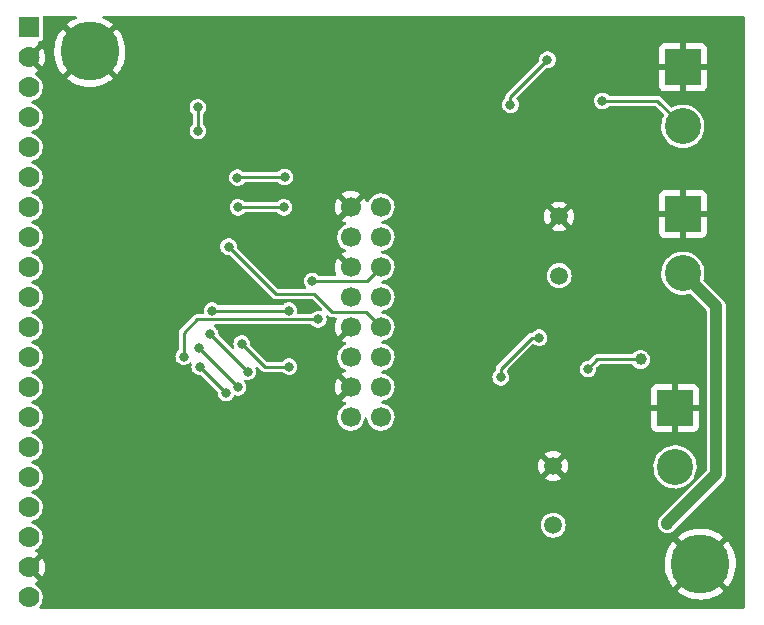
<source format=gbl>
G04 #@! TF.GenerationSoftware,KiCad,Pcbnew,(6.0.2)*
G04 #@! TF.CreationDate,2022-11-08T17:00:34+01:00*
G04 #@! TF.ProjectId,PANEL_LED_HARDWARE,50414e45-4c5f-44c4-9544-5f4841524457,rev?*
G04 #@! TF.SameCoordinates,Original*
G04 #@! TF.FileFunction,Copper,L2,Bot*
G04 #@! TF.FilePolarity,Positive*
%FSLAX46Y46*%
G04 Gerber Fmt 4.6, Leading zero omitted, Abs format (unit mm)*
G04 Created by KiCad (PCBNEW (6.0.2)) date 2022-11-08 17:00:34*
%MOMM*%
%LPD*%
G01*
G04 APERTURE LIST*
G04 #@! TA.AperFunction,ComponentPad*
%ADD10C,1.700000*%
G04 #@! TD*
G04 #@! TA.AperFunction,ComponentPad*
%ADD11C,1.500000*%
G04 #@! TD*
G04 #@! TA.AperFunction,ComponentPad*
%ADD12C,5.000000*%
G04 #@! TD*
G04 #@! TA.AperFunction,ComponentPad*
%ADD13C,3.048000*%
G04 #@! TD*
G04 #@! TA.AperFunction,ComponentPad*
%ADD14R,3.048000X3.048000*%
G04 #@! TD*
G04 #@! TA.AperFunction,ComponentPad*
%ADD15R,1.778000X1.778000*%
G04 #@! TD*
G04 #@! TA.AperFunction,ComponentPad*
%ADD16C,1.778000*%
G04 #@! TD*
G04 #@! TA.AperFunction,ViaPad*
%ADD17C,0.800000*%
G04 #@! TD*
G04 #@! TA.AperFunction,ViaPad*
%ADD18C,1.000000*%
G04 #@! TD*
G04 #@! TA.AperFunction,Conductor*
%ADD19C,0.250000*%
G04 #@! TD*
G04 #@! TA.AperFunction,Conductor*
%ADD20C,1.000000*%
G04 #@! TD*
G04 APERTURE END LIST*
D10*
X117746000Y-80222000D03*
X115206000Y-80222000D03*
X117746000Y-77682000D03*
X115206000Y-77682000D03*
X117746000Y-75142000D03*
X115206000Y-75142000D03*
X117746000Y-72602000D03*
X115206000Y-72602000D03*
X117746000Y-70062000D03*
X115206000Y-70062000D03*
X117746000Y-67522000D03*
X115206000Y-67522000D03*
X117746000Y-64982000D03*
X115206000Y-64982000D03*
X117746000Y-62442000D03*
X115206000Y-62442000D03*
D11*
X132334000Y-89368000D03*
X132334000Y-84368000D03*
D12*
X144796000Y-92670000D03*
D13*
X143315000Y-68035000D03*
D14*
X143315000Y-63035000D03*
D12*
X93105000Y-49266000D03*
D11*
X132840000Y-68240000D03*
X132840000Y-63240000D03*
D15*
X87930000Y-47220000D03*
D16*
X87930000Y-49760000D03*
X87930000Y-52300000D03*
X87930000Y-54840000D03*
X87930000Y-57380000D03*
X87930000Y-59920000D03*
X87930000Y-62460000D03*
X87930000Y-65000000D03*
X87930000Y-67540000D03*
X87930000Y-70080000D03*
X87930000Y-72620000D03*
X87930000Y-75160000D03*
X87930000Y-77700000D03*
X87930000Y-80240000D03*
X87930000Y-82780000D03*
X87930000Y-85320000D03*
X87930000Y-87860000D03*
X87930000Y-90400000D03*
X87930000Y-92940000D03*
X87930000Y-95480000D03*
D14*
X143315000Y-50605000D03*
D13*
X143315000Y-55605000D03*
D14*
X142655000Y-79445000D03*
D13*
X142655000Y-84445000D03*
D17*
X126000000Y-75000000D03*
X129000000Y-72000000D03*
X136500000Y-53450000D03*
X104850000Y-65800000D03*
X103450000Y-71200000D03*
X101050000Y-75100000D03*
X104625000Y-78175000D03*
X102400000Y-75950000D03*
X105650000Y-77700000D03*
X102350000Y-74400000D03*
X109950000Y-75950000D03*
X105960000Y-74015000D03*
X109950000Y-71200000D03*
X111928489Y-68696511D03*
X112450000Y-71950000D03*
X135275000Y-76135000D03*
D18*
X139735000Y-75345000D03*
D17*
X128000000Y-49000000D03*
X127500000Y-73500000D03*
X126500000Y-52000000D03*
X97383000Y-76385000D03*
X126500000Y-50500000D03*
X134250000Y-80500000D03*
X135000000Y-56250000D03*
X126500000Y-49000000D03*
X127500000Y-72000000D03*
X129500000Y-49000000D03*
X97350000Y-64900000D03*
X135000000Y-57390000D03*
X134250000Y-79215000D03*
X126000000Y-73500000D03*
X128000000Y-50500000D03*
X126000000Y-72000000D03*
D18*
X142010000Y-89240000D03*
D17*
X102250000Y-56000000D03*
X106460000Y-76370000D03*
X103295000Y-73205000D03*
X102250000Y-54000000D03*
X131850000Y-49970000D03*
X128720000Y-53780000D03*
X127895000Y-76865000D03*
X131135000Y-73495000D03*
X105600000Y-59950000D03*
X109600000Y-59900000D03*
X109540000Y-62460000D03*
X105650000Y-62460000D03*
D19*
X136055000Y-75345000D02*
X139735000Y-75345000D01*
X135275000Y-76125000D02*
X136055000Y-75345000D01*
X135275000Y-76135000D02*
X135275000Y-76125000D01*
X141160000Y-53450000D02*
X143315000Y-55605000D01*
X136500000Y-53450000D02*
X141160000Y-53450000D01*
X104850000Y-65800000D02*
X108850000Y-69800000D01*
X116494000Y-71350000D02*
X117746000Y-72602000D01*
X108850000Y-69800000D02*
X112100000Y-69800000D01*
X112100000Y-69800000D02*
X113650000Y-71350000D01*
X113650000Y-71350000D02*
X116494000Y-71350000D01*
X109950000Y-71200000D02*
X103450000Y-71200000D01*
X102200000Y-71950000D02*
X112450000Y-71950000D01*
X101050000Y-73100000D02*
X102200000Y-71950000D01*
X101050000Y-75100000D02*
X101050000Y-73100000D01*
X102400000Y-75950000D02*
X104625000Y-78175000D01*
X102350000Y-74400000D02*
X105650000Y-77700000D01*
X107895000Y-75950000D02*
X109950000Y-75950000D01*
X105960000Y-74015000D02*
X107895000Y-75950000D01*
X105650000Y-59900000D02*
X109600000Y-59900000D01*
X105600000Y-59950000D02*
X105650000Y-59900000D01*
X109540000Y-62460000D02*
X105650000Y-62460000D01*
X87930000Y-49760000D02*
X88750000Y-49760000D01*
D20*
X142010000Y-89240000D02*
X142010000Y-89210000D01*
X146140000Y-70860000D02*
X143315000Y-68035000D01*
X142010000Y-89210000D02*
X146140000Y-85080000D01*
X146140000Y-85080000D02*
X146140000Y-70860000D01*
D19*
X102250000Y-54000000D02*
X102250000Y-56000000D01*
X106460000Y-76370000D02*
X103295000Y-73205000D01*
X87930000Y-75160000D02*
X87940000Y-75160000D01*
X116571489Y-68696511D02*
X111928489Y-68696511D01*
X117746000Y-67522000D02*
X116571489Y-68696511D01*
X128720000Y-53780000D02*
X128720000Y-53100000D01*
X128720000Y-53100000D02*
X131850000Y-49970000D01*
X130535000Y-73495000D02*
X127895000Y-76135000D01*
X131135000Y-73495000D02*
X130535000Y-73495000D01*
X127895000Y-76135000D02*
X127895000Y-76865000D01*
X109760000Y-62460000D02*
X109540000Y-62460000D01*
X87930000Y-77700000D02*
X87940000Y-77700000D01*
G04 #@! TA.AperFunction,Conductor*
G36*
X91973141Y-46260002D02*
G01*
X92019634Y-46313658D01*
X92029738Y-46383932D01*
X92000244Y-46448512D01*
X91959264Y-46479726D01*
X91656707Y-46624039D01*
X91650349Y-46627534D01*
X91362654Y-46808005D01*
X91356731Y-46812214D01*
X91178601Y-46954923D01*
X91170132Y-46967048D01*
X91176527Y-46978316D01*
X93092190Y-48893980D01*
X93106131Y-48901592D01*
X93107966Y-48901461D01*
X93114580Y-48897210D01*
X95032074Y-46979716D01*
X95039466Y-46966179D01*
X95032679Y-46956479D01*
X94929476Y-46868335D01*
X94923704Y-46863953D01*
X94641796Y-46674519D01*
X94635575Y-46670839D01*
X94333757Y-46515060D01*
X94327146Y-46512116D01*
X94252383Y-46483866D01*
X94195730Y-46441076D01*
X94171205Y-46374450D01*
X94186593Y-46305141D01*
X94237010Y-46255155D01*
X94296921Y-46240000D01*
X148434000Y-46240000D01*
X148502121Y-46260002D01*
X148548614Y-46313658D01*
X148560000Y-46366000D01*
X148560000Y-96314000D01*
X148539998Y-96382121D01*
X148486342Y-96428614D01*
X148434000Y-96440000D01*
X88947495Y-96440000D01*
X88879374Y-96419998D01*
X88832881Y-96366342D01*
X88822777Y-96296068D01*
X88850621Y-96233431D01*
X88910807Y-96161065D01*
X88914498Y-96156627D01*
X89021318Y-95965886D01*
X89091589Y-95758873D01*
X89092417Y-95753164D01*
X89092418Y-95753159D01*
X89122426Y-95546194D01*
X89122959Y-95542520D01*
X89124596Y-95480000D01*
X89104592Y-95262302D01*
X89090383Y-95211918D01*
X89046819Y-95057454D01*
X89046818Y-95057452D01*
X89045251Y-95051895D01*
X89042697Y-95046715D01*
X89005695Y-94971681D01*
X142859860Y-94971681D01*
X142859878Y-94971933D01*
X142865793Y-94980677D01*
X142897111Y-95009174D01*
X142902748Y-95013738D01*
X143178544Y-95211918D01*
X143184682Y-95215813D01*
X143481435Y-95380984D01*
X143487955Y-95384136D01*
X143801738Y-95514109D01*
X143808589Y-95516495D01*
X144135212Y-95609536D01*
X144142301Y-95611120D01*
X144477465Y-95666006D01*
X144484671Y-95666763D01*
X144823926Y-95682762D01*
X144831176Y-95682686D01*
X145170010Y-95659587D01*
X145177219Y-95658676D01*
X145511160Y-95596784D01*
X145518190Y-95595057D01*
X145842819Y-95495187D01*
X145849597Y-95492667D01*
X146160603Y-95356145D01*
X146167043Y-95352864D01*
X146460293Y-95181502D01*
X146466326Y-95177493D01*
X146724828Y-94983405D01*
X146733282Y-94972078D01*
X146726537Y-94959748D01*
X144808810Y-93042020D01*
X144794869Y-93034408D01*
X144793034Y-93034539D01*
X144786420Y-93038790D01*
X142867474Y-94957737D01*
X142859860Y-94971681D01*
X89005695Y-94971681D01*
X88951116Y-94861005D01*
X88951113Y-94861001D01*
X88948561Y-94855825D01*
X88817758Y-94680659D01*
X88657224Y-94532263D01*
X88497630Y-94431567D01*
X88450691Y-94378300D01*
X88440002Y-94308113D01*
X88468956Y-94243289D01*
X88509433Y-94211853D01*
X88643138Y-94146352D01*
X88651983Y-94141079D01*
X88707209Y-94101686D01*
X88715609Y-94090987D01*
X88708622Y-94077833D01*
X87659885Y-93029095D01*
X87625859Y-92966783D01*
X87627694Y-92941132D01*
X88294408Y-92941132D01*
X88294539Y-92942966D01*
X88298790Y-92949580D01*
X89068425Y-93719214D01*
X89080431Y-93725770D01*
X89092170Y-93716802D01*
X89128549Y-93666174D01*
X89133860Y-93657335D01*
X89231056Y-93460675D01*
X89234854Y-93451082D01*
X89298628Y-93241177D01*
X89300805Y-93231107D01*
X89329677Y-93011799D01*
X89330196Y-93005124D01*
X89331706Y-92943364D01*
X89331512Y-92936646D01*
X89313389Y-92716203D01*
X89311706Y-92706041D01*
X89279793Y-92578987D01*
X141784484Y-92578987D01*
X141793374Y-92918505D01*
X141793980Y-92925721D01*
X141841835Y-93261963D01*
X141843269Y-93269074D01*
X141929455Y-93597595D01*
X141931692Y-93604478D01*
X142055064Y-93920914D01*
X142058081Y-93927503D01*
X142217002Y-94227652D01*
X142220761Y-94233860D01*
X142413129Y-94513757D01*
X142417574Y-94519486D01*
X142484743Y-94596484D01*
X142497917Y-94604888D01*
X142507769Y-94599020D01*
X144423980Y-92682810D01*
X144430357Y-92671131D01*
X145160408Y-92671131D01*
X145160539Y-92672966D01*
X145164790Y-92679580D01*
X147082268Y-94597057D01*
X147095622Y-94604349D01*
X147105594Y-94597295D01*
X147212641Y-94469267D01*
X147216957Y-94463456D01*
X147403432Y-94179575D01*
X147407046Y-94173313D01*
X147559658Y-93869882D01*
X147562530Y-93863244D01*
X147679249Y-93544293D01*
X147681345Y-93537351D01*
X147760631Y-93207103D01*
X147761915Y-93199964D01*
X147802816Y-92861973D01*
X147803240Y-92856403D01*
X147809010Y-92672797D01*
X147808937Y-92667204D01*
X147789338Y-92327303D01*
X147788506Y-92320113D01*
X147730113Y-91985529D01*
X147728458Y-91978474D01*
X147631998Y-91652834D01*
X147629540Y-91646006D01*
X147496290Y-91333608D01*
X147493073Y-91327125D01*
X147324788Y-91032089D01*
X147320856Y-91026034D01*
X147119774Y-90752295D01*
X147115166Y-90746726D01*
X147109830Y-90740984D01*
X147096178Y-90732866D01*
X147095570Y-90732887D01*
X147087092Y-90738119D01*
X145168020Y-92657190D01*
X145160408Y-92671131D01*
X144430357Y-92671131D01*
X144431592Y-92668869D01*
X144431461Y-92667034D01*
X144427210Y-92660420D01*
X142508374Y-90741585D01*
X142495581Y-90734599D01*
X142484827Y-90742464D01*
X142324037Y-90947527D01*
X142319902Y-90953476D01*
X142142440Y-91243068D01*
X142139019Y-91249447D01*
X141996016Y-91557522D01*
X141993356Y-91564241D01*
X141886711Y-91886707D01*
X141884834Y-91893711D01*
X141815961Y-92226288D01*
X141814904Y-92233449D01*
X141784712Y-92571735D01*
X141784484Y-92578987D01*
X89279793Y-92578987D01*
X89258261Y-92493263D01*
X89254943Y-92483516D01*
X89167462Y-92282323D01*
X89162595Y-92273246D01*
X89091268Y-92162993D01*
X89080582Y-92153791D01*
X89071017Y-92158194D01*
X88302021Y-92927189D01*
X88294408Y-92941132D01*
X87627694Y-92941132D01*
X87630924Y-92895967D01*
X87659885Y-92850905D01*
X87930000Y-92580790D01*
X88711158Y-91799631D01*
X88718178Y-91786775D01*
X88710404Y-91776106D01*
X88709796Y-91775625D01*
X88701210Y-91769921D01*
X88505382Y-91661819D01*
X88455411Y-91611386D01*
X88440639Y-91541943D01*
X88465755Y-91475538D01*
X88504709Y-91441576D01*
X88601585Y-91387322D01*
X88601588Y-91387320D01*
X88606627Y-91384498D01*
X88774707Y-91244707D01*
X88914498Y-91076627D01*
X89021318Y-90885886D01*
X89070003Y-90742464D01*
X89089733Y-90684342D01*
X89089734Y-90684337D01*
X89091589Y-90678873D01*
X89092417Y-90673164D01*
X89092418Y-90673159D01*
X89122426Y-90466194D01*
X89122959Y-90462520D01*
X89124596Y-90400000D01*
X89111315Y-90255469D01*
X89105121Y-90188056D01*
X89105120Y-90188053D01*
X89104592Y-90182302D01*
X89089212Y-90127766D01*
X89046819Y-89977454D01*
X89046818Y-89977452D01*
X89045251Y-89971895D01*
X89042697Y-89966715D01*
X88951116Y-89781005D01*
X88951113Y-89781001D01*
X88948561Y-89775825D01*
X88900270Y-89711155D01*
X88821211Y-89605283D01*
X88821210Y-89605282D01*
X88817758Y-89600659D01*
X88721111Y-89511320D01*
X88661464Y-89456182D01*
X88661461Y-89456180D01*
X88657224Y-89452263D01*
X88500317Y-89353262D01*
X131278520Y-89353262D01*
X131279036Y-89359406D01*
X131291799Y-89511390D01*
X131295759Y-89558553D01*
X131297458Y-89564478D01*
X131349329Y-89745373D01*
X131352544Y-89756586D01*
X131355359Y-89762063D01*
X131355360Y-89762066D01*
X131432884Y-89912912D01*
X131446712Y-89939818D01*
X131574677Y-90101270D01*
X131731564Y-90234791D01*
X131911398Y-90335297D01*
X131984111Y-90358923D01*
X132101471Y-90397056D01*
X132101475Y-90397057D01*
X132107329Y-90398959D01*
X132311894Y-90423351D01*
X132318029Y-90422879D01*
X132318031Y-90422879D01*
X132374039Y-90418569D01*
X132517300Y-90407546D01*
X132523230Y-90405890D01*
X132523232Y-90405890D01*
X132648022Y-90371048D01*
X142861132Y-90371048D01*
X142867527Y-90382316D01*
X144783190Y-92297980D01*
X144797131Y-92305592D01*
X144798966Y-92305461D01*
X144805580Y-92301210D01*
X146723074Y-90383716D01*
X146730466Y-90370179D01*
X146723679Y-90360479D01*
X146620476Y-90272335D01*
X146614704Y-90267953D01*
X146332796Y-90078519D01*
X146326575Y-90074839D01*
X146024757Y-89919060D01*
X146018146Y-89916116D01*
X145700439Y-89796065D01*
X145693513Y-89793894D01*
X145364112Y-89711155D01*
X145357005Y-89709799D01*
X145020278Y-89665468D01*
X145013036Y-89664937D01*
X144673467Y-89659602D01*
X144666205Y-89659906D01*
X144328256Y-89693638D01*
X144321108Y-89694770D01*
X143989263Y-89767124D01*
X143982285Y-89769072D01*
X143660960Y-89879086D01*
X143654253Y-89881823D01*
X143347707Y-90028039D01*
X143341349Y-90031534D01*
X143053654Y-90212005D01*
X143047731Y-90216214D01*
X142869601Y-90358923D01*
X142861132Y-90371048D01*
X132648022Y-90371048D01*
X132709797Y-90353800D01*
X132709796Y-90353800D01*
X132715725Y-90352145D01*
X132721214Y-90349372D01*
X132721220Y-90349370D01*
X132894116Y-90262033D01*
X132899610Y-90259258D01*
X133061951Y-90132424D01*
X133136943Y-90045545D01*
X133192540Y-89981134D01*
X133192540Y-89981133D01*
X133196564Y-89976472D01*
X133205204Y-89961264D01*
X133252407Y-89878171D01*
X133298323Y-89797344D01*
X133363351Y-89601863D01*
X133389171Y-89397474D01*
X133389583Y-89368000D01*
X133375930Y-89228753D01*
X141204514Y-89228753D01*
X141205201Y-89235761D01*
X141205201Y-89235770D01*
X141208595Y-89270378D01*
X141209196Y-89283112D01*
X141209147Y-89297000D01*
X141210684Y-89303874D01*
X141210684Y-89303876D01*
X141211034Y-89305442D01*
X141213285Y-89318895D01*
X141213727Y-89322838D01*
X141213910Y-89324579D01*
X141218513Y-89371522D01*
X141222039Y-89407486D01*
X141223823Y-89412850D01*
X141224454Y-89418472D01*
X141251882Y-89497235D01*
X141252402Y-89498762D01*
X141278726Y-89577896D01*
X141281655Y-89582733D01*
X141283515Y-89588073D01*
X141288933Y-89596743D01*
X141327670Y-89658735D01*
X141328592Y-89660234D01*
X141371759Y-89731512D01*
X141375688Y-89735581D01*
X141378684Y-89740375D01*
X141437427Y-89799530D01*
X141438563Y-89800690D01*
X141496514Y-89860699D01*
X141501247Y-89863796D01*
X141505230Y-89867807D01*
X141520907Y-89877756D01*
X141575554Y-89912436D01*
X141577029Y-89913386D01*
X141646789Y-89959036D01*
X141652090Y-89961008D01*
X141656864Y-89964037D01*
X141663500Y-89966400D01*
X141735377Y-89991994D01*
X141737030Y-89992596D01*
X141815116Y-90021636D01*
X141820721Y-90022384D01*
X141826049Y-90024281D01*
X141852265Y-90027407D01*
X141908835Y-90034153D01*
X141910580Y-90034374D01*
X141986150Y-90044457D01*
X141986153Y-90044457D01*
X141993130Y-90045388D01*
X141998761Y-90044876D01*
X142004376Y-90045545D01*
X142011379Y-90044809D01*
X142011380Y-90044809D01*
X142087267Y-90036834D01*
X142089015Y-90036663D01*
X142128530Y-90033066D01*
X142171981Y-90029112D01*
X142177361Y-90027364D01*
X142182983Y-90026773D01*
X142206591Y-90018736D01*
X142261867Y-89999919D01*
X142263535Y-89999364D01*
X142342782Y-89973615D01*
X142347639Y-89970720D01*
X142352993Y-89968897D01*
X142358992Y-89965207D01*
X142358995Y-89965205D01*
X142423959Y-89925238D01*
X142425465Y-89924326D01*
X142490995Y-89885263D01*
X142490996Y-89885262D01*
X142497044Y-89881657D01*
X142501141Y-89877756D01*
X142505955Y-89874794D01*
X142510981Y-89869872D01*
X142510985Y-89869869D01*
X142565462Y-89816521D01*
X142566727Y-89815300D01*
X142621990Y-89762673D01*
X142621993Y-89762669D01*
X142627099Y-89757807D01*
X142630228Y-89753097D01*
X142634268Y-89749141D01*
X142679480Y-89678986D01*
X142680360Y-89677642D01*
X142685132Y-89670460D01*
X142700983Y-89651095D01*
X146699559Y-85652519D01*
X146700497Y-85651590D01*
X146706883Y-85645336D01*
X146764268Y-85589141D01*
X146768083Y-85583221D01*
X146768088Y-85583215D01*
X146787490Y-85553109D01*
X146794930Y-85542755D01*
X146817267Y-85514774D01*
X146821664Y-85509266D01*
X146836082Y-85479441D01*
X146843611Y-85466025D01*
X146857735Y-85444109D01*
X146861554Y-85438183D01*
X146865242Y-85428052D01*
X146876212Y-85397911D01*
X146881172Y-85386169D01*
X146896763Y-85353916D01*
X146899827Y-85347578D01*
X146907279Y-85315302D01*
X146911648Y-85300554D01*
X146920568Y-85276045D01*
X146920569Y-85276041D01*
X146922978Y-85269422D01*
X146928352Y-85226882D01*
X146930582Y-85214363D01*
X146940226Y-85172589D01*
X146940367Y-85132418D01*
X146940396Y-85131545D01*
X146940500Y-85130717D01*
X146940500Y-85094108D01*
X146940567Y-85075034D01*
X146940841Y-84996493D01*
X146940841Y-84996490D01*
X146940853Y-84993000D01*
X146940587Y-84991812D01*
X146940500Y-84990200D01*
X146940500Y-70869083D01*
X146940507Y-70867763D01*
X146941087Y-70812391D01*
X146941441Y-70778593D01*
X146932384Y-70736704D01*
X146930324Y-70724126D01*
X146930180Y-70722837D01*
X146925546Y-70681528D01*
X146914650Y-70650241D01*
X146910489Y-70635436D01*
X146904978Y-70609944D01*
X146904977Y-70609942D01*
X146903489Y-70603058D01*
X146900513Y-70596676D01*
X146900511Y-70596670D01*
X146885379Y-70564219D01*
X146880583Y-70552408D01*
X146868803Y-70518580D01*
X146868799Y-70518571D01*
X146866485Y-70511927D01*
X146848925Y-70483824D01*
X146841594Y-70470323D01*
X146827590Y-70440292D01*
X146801323Y-70406429D01*
X146794029Y-70395973D01*
X146775049Y-70365599D01*
X146771316Y-70359625D01*
X146764895Y-70353159D01*
X146742997Y-70331107D01*
X146742415Y-70330485D01*
X146741901Y-70329823D01*
X146716041Y-70303963D01*
X146644770Y-70232193D01*
X146643743Y-70231541D01*
X146642535Y-70230457D01*
X145094981Y-68682903D01*
X145060955Y-68620591D01*
X145062807Y-68559607D01*
X145106617Y-68404266D01*
X145107886Y-68399767D01*
X145129291Y-68231512D01*
X145141711Y-68133886D01*
X145141711Y-68133880D01*
X145142109Y-68130755D01*
X145142468Y-68117071D01*
X145144456Y-68041103D01*
X145144616Y-68035000D01*
X145129958Y-67837749D01*
X145124865Y-67769218D01*
X145124864Y-67769214D01*
X145124519Y-67764566D01*
X145064670Y-67500072D01*
X145062977Y-67495718D01*
X144968077Y-67251683D01*
X144968076Y-67251681D01*
X144966384Y-67247330D01*
X144959266Y-67234875D01*
X144892154Y-67117454D01*
X144831820Y-67011892D01*
X144663934Y-66798929D01*
X144466415Y-66613121D01*
X144405118Y-66570598D01*
X144247438Y-66461212D01*
X144247433Y-66461209D01*
X144243600Y-66458550D01*
X144200601Y-66437345D01*
X144004574Y-66340675D01*
X144004571Y-66340674D01*
X144000386Y-66338610D01*
X143742115Y-66255936D01*
X143737508Y-66255186D01*
X143737505Y-66255185D01*
X143479073Y-66213097D01*
X143479074Y-66213097D01*
X143474462Y-66212346D01*
X143343008Y-66210625D01*
X143207982Y-66208858D01*
X143207979Y-66208858D01*
X143203305Y-66208797D01*
X142934601Y-66245365D01*
X142930111Y-66246674D01*
X142930105Y-66246675D01*
X142678748Y-66319940D01*
X142678743Y-66319942D01*
X142674255Y-66321250D01*
X142670008Y-66323208D01*
X142670005Y-66323209D01*
X142613872Y-66349087D01*
X142427985Y-66434782D01*
X142424080Y-66437342D01*
X142424075Y-66437345D01*
X142205113Y-66580902D01*
X142205108Y-66580906D01*
X142201200Y-66583468D01*
X142197708Y-66586585D01*
X142019902Y-66745283D01*
X141998884Y-66764042D01*
X141825481Y-66972537D01*
X141684800Y-67204372D01*
X141682991Y-67208686D01*
X141682990Y-67208688D01*
X141617493Y-67364882D01*
X141579932Y-67454454D01*
X141578781Y-67458986D01*
X141578780Y-67458989D01*
X141558206Y-67540000D01*
X141513180Y-67717291D01*
X141486011Y-67987106D01*
X141486235Y-67991772D01*
X141486235Y-67991777D01*
X141491319Y-68097607D01*
X141499022Y-68257974D01*
X141551926Y-68523944D01*
X141643563Y-68779172D01*
X141771918Y-69018052D01*
X141774713Y-69021796D01*
X141774715Y-69021798D01*
X141830616Y-69096658D01*
X141934171Y-69235336D01*
X141937480Y-69238616D01*
X141937485Y-69238622D01*
X142116570Y-69416151D01*
X142126759Y-69426251D01*
X142130521Y-69429009D01*
X142130524Y-69429012D01*
X142177518Y-69463469D01*
X142345451Y-69586602D01*
X142349586Y-69588778D01*
X142349590Y-69588780D01*
X142398894Y-69614720D01*
X142585442Y-69712868D01*
X142589861Y-69714411D01*
X142837044Y-69800731D01*
X142837050Y-69800733D01*
X142841461Y-69802273D01*
X142846054Y-69803145D01*
X143103293Y-69851984D01*
X143103296Y-69851984D01*
X143107882Y-69852855D01*
X143236574Y-69857911D01*
X143374185Y-69863318D01*
X143374190Y-69863318D01*
X143378853Y-69863501D01*
X143484016Y-69851984D01*
X143643768Y-69834489D01*
X143643774Y-69834488D01*
X143648421Y-69833979D01*
X143765537Y-69803145D01*
X143842407Y-69782907D01*
X143913376Y-69784906D01*
X143963582Y-69815660D01*
X145302595Y-71154673D01*
X145336621Y-71216985D01*
X145339500Y-71243768D01*
X145339500Y-84696232D01*
X145319498Y-84764353D01*
X145302595Y-84785327D01*
X141450441Y-88637481D01*
X141449503Y-88638410D01*
X141385732Y-88700859D01*
X141381917Y-88706779D01*
X141381912Y-88706785D01*
X141362510Y-88736891D01*
X141355070Y-88747245D01*
X141328336Y-88780734D01*
X141325269Y-88787079D01*
X141313918Y-88810559D01*
X141306389Y-88823974D01*
X141288446Y-88851817D01*
X141286036Y-88858437D01*
X141286036Y-88858438D01*
X141273788Y-88892089D01*
X141268828Y-88903831D01*
X141258908Y-88924353D01*
X141250173Y-88942422D01*
X141248590Y-88949277D01*
X141248589Y-88949281D01*
X141242722Y-88974696D01*
X141238352Y-88989446D01*
X141229432Y-89013955D01*
X141229431Y-89013959D01*
X141227022Y-89020578D01*
X141221648Y-89063118D01*
X141219418Y-89075637D01*
X141209774Y-89117411D01*
X141209749Y-89124452D01*
X141209749Y-89124455D01*
X141209633Y-89157582D01*
X141209604Y-89158455D01*
X141209500Y-89159283D01*
X141209500Y-89181353D01*
X141208507Y-89197144D01*
X141204514Y-89228753D01*
X133375930Y-89228753D01*
X133369480Y-89162970D01*
X133309935Y-88965749D01*
X133213218Y-88783849D01*
X133139859Y-88693902D01*
X133086906Y-88628975D01*
X133086903Y-88628972D01*
X133083011Y-88624200D01*
X133065786Y-88609950D01*
X132929025Y-88496811D01*
X132929021Y-88496809D01*
X132924275Y-88492882D01*
X132743055Y-88394897D01*
X132546254Y-88333977D01*
X132540129Y-88333333D01*
X132540128Y-88333333D01*
X132347498Y-88313087D01*
X132347496Y-88313087D01*
X132341369Y-88312443D01*
X132254529Y-88320346D01*
X132142342Y-88330555D01*
X132142339Y-88330556D01*
X132136203Y-88331114D01*
X131938572Y-88389280D01*
X131756002Y-88484726D01*
X131751201Y-88488586D01*
X131751198Y-88488588D01*
X131685930Y-88541065D01*
X131595447Y-88613815D01*
X131463024Y-88771630D01*
X131460056Y-88777028D01*
X131460053Y-88777033D01*
X131385794Y-88912111D01*
X131363776Y-88952162D01*
X131301484Y-89148532D01*
X131300798Y-89154649D01*
X131300797Y-89154653D01*
X131285621Y-89289957D01*
X131278520Y-89353262D01*
X88500317Y-89353262D01*
X88472335Y-89335607D01*
X88269284Y-89254598D01*
X88260562Y-89252863D01*
X88259582Y-89252668D01*
X88196674Y-89219757D01*
X88161546Y-89158060D01*
X88165349Y-89087165D01*
X88206878Y-89029581D01*
X88243667Y-89009778D01*
X88415886Y-88951318D01*
X88606627Y-88844498D01*
X88639095Y-88817495D01*
X88770269Y-88708398D01*
X88774707Y-88704707D01*
X88914498Y-88536627D01*
X89021318Y-88345886D01*
X89091589Y-88138873D01*
X89092417Y-88133164D01*
X89092418Y-88133159D01*
X89122426Y-87926194D01*
X89122959Y-87922520D01*
X89124596Y-87860000D01*
X89104592Y-87642302D01*
X89045251Y-87431895D01*
X89042697Y-87426715D01*
X88951116Y-87241005D01*
X88951113Y-87241001D01*
X88948561Y-87235825D01*
X88817758Y-87060659D01*
X88657224Y-86912263D01*
X88472335Y-86795607D01*
X88269284Y-86714598D01*
X88260562Y-86712863D01*
X88259582Y-86712668D01*
X88196674Y-86679757D01*
X88161546Y-86618060D01*
X88165349Y-86547165D01*
X88206878Y-86489581D01*
X88243667Y-86469778D01*
X88415886Y-86411318D01*
X88606627Y-86304498D01*
X88774707Y-86164707D01*
X88914498Y-85996627D01*
X89021318Y-85805886D01*
X89077086Y-85641598D01*
X89089733Y-85604342D01*
X89089734Y-85604337D01*
X89091589Y-85598873D01*
X89092417Y-85593164D01*
X89092418Y-85593159D01*
X89116357Y-85428052D01*
X89117791Y-85418161D01*
X131648393Y-85418161D01*
X131657687Y-85430175D01*
X131698088Y-85458464D01*
X131707584Y-85463947D01*
X131897113Y-85552326D01*
X131907405Y-85556072D01*
X132109401Y-85610196D01*
X132120196Y-85612099D01*
X132328525Y-85630326D01*
X132339475Y-85630326D01*
X132547804Y-85612099D01*
X132558599Y-85610196D01*
X132760595Y-85556072D01*
X132770887Y-85552326D01*
X132960416Y-85463947D01*
X132969912Y-85458464D01*
X133011148Y-85429590D01*
X133019523Y-85419112D01*
X133012457Y-85405668D01*
X132346811Y-84740021D01*
X132332868Y-84732408D01*
X132331034Y-84732539D01*
X132324420Y-84736790D01*
X131654820Y-85406391D01*
X131648393Y-85418161D01*
X89117791Y-85418161D01*
X89122959Y-85382520D01*
X89124596Y-85320000D01*
X89110403Y-85165545D01*
X89105121Y-85108056D01*
X89105120Y-85108053D01*
X89104592Y-85102302D01*
X89102325Y-85094262D01*
X89046819Y-84897454D01*
X89046818Y-84897452D01*
X89045251Y-84891895D01*
X89006969Y-84814265D01*
X88951116Y-84701005D01*
X88951113Y-84701001D01*
X88948561Y-84695825D01*
X88835103Y-84543886D01*
X88821211Y-84525283D01*
X88821210Y-84525282D01*
X88817758Y-84520659D01*
X88684099Y-84397106D01*
X88661464Y-84376182D01*
X88661461Y-84376180D01*
X88658535Y-84373475D01*
X131071674Y-84373475D01*
X131089901Y-84581804D01*
X131091804Y-84592599D01*
X131145928Y-84794595D01*
X131149674Y-84804887D01*
X131238054Y-84994417D01*
X131243534Y-85003907D01*
X131272411Y-85045149D01*
X131282887Y-85053523D01*
X131296334Y-85046455D01*
X131961979Y-84380811D01*
X131968356Y-84369132D01*
X132698408Y-84369132D01*
X132698539Y-84370966D01*
X132702790Y-84377580D01*
X133372391Y-85047180D01*
X133384161Y-85053607D01*
X133396176Y-85044311D01*
X133424466Y-85003907D01*
X133429946Y-84994417D01*
X133518326Y-84804887D01*
X133522072Y-84794595D01*
X133576196Y-84592599D01*
X133578099Y-84581804D01*
X133594258Y-84397106D01*
X140826011Y-84397106D01*
X140826235Y-84401772D01*
X140826235Y-84401777D01*
X140829093Y-84461267D01*
X140839022Y-84667974D01*
X140891926Y-84933944D01*
X140983563Y-85189172D01*
X141111918Y-85428052D01*
X141114713Y-85431796D01*
X141114715Y-85431798D01*
X141145112Y-85472505D01*
X141274171Y-85645336D01*
X141277480Y-85648616D01*
X141277485Y-85648622D01*
X141382772Y-85752994D01*
X141466759Y-85836251D01*
X141470521Y-85839009D01*
X141470524Y-85839012D01*
X141643967Y-85966185D01*
X141685451Y-85996602D01*
X141689586Y-85998778D01*
X141689590Y-85998780D01*
X141816265Y-86065427D01*
X141925442Y-86122868D01*
X141929861Y-86124411D01*
X142177044Y-86210731D01*
X142177050Y-86210733D01*
X142181461Y-86212273D01*
X142186054Y-86213145D01*
X142443293Y-86261984D01*
X142443296Y-86261984D01*
X142447882Y-86262855D01*
X142576574Y-86267911D01*
X142714185Y-86273318D01*
X142714190Y-86273318D01*
X142718853Y-86273501D01*
X142824016Y-86261984D01*
X142983768Y-86244489D01*
X142983774Y-86244488D01*
X142988421Y-86243979D01*
X142992945Y-86242788D01*
X143246142Y-86176127D01*
X143246144Y-86176126D01*
X143250665Y-86174936D01*
X143274474Y-86164707D01*
X143495529Y-86069734D01*
X143495531Y-86069733D01*
X143499823Y-86067889D01*
X143619489Y-85993837D01*
X143726448Y-85927649D01*
X143726452Y-85927646D01*
X143730421Y-85925190D01*
X143839364Y-85832963D01*
X143933828Y-85752994D01*
X143933830Y-85752992D01*
X143937395Y-85749974D01*
X144116196Y-85546090D01*
X144136340Y-85514774D01*
X144243884Y-85347578D01*
X144262898Y-85318017D01*
X144374277Y-85070766D01*
X144447886Y-84809767D01*
X144465925Y-84667974D01*
X144481711Y-84543886D01*
X144481711Y-84543880D01*
X144482109Y-84540755D01*
X144484616Y-84445000D01*
X144478810Y-84366868D01*
X144464865Y-84179218D01*
X144464864Y-84179214D01*
X144464519Y-84174566D01*
X144404670Y-83910072D01*
X144390321Y-83873174D01*
X144308077Y-83661683D01*
X144308076Y-83661681D01*
X144306384Y-83657330D01*
X144302542Y-83650607D01*
X144194209Y-83461065D01*
X144171820Y-83421892D01*
X144003934Y-83208929D01*
X143806415Y-83023121D01*
X143759971Y-82990902D01*
X143587438Y-82871212D01*
X143587433Y-82871209D01*
X143583600Y-82868550D01*
X143538267Y-82846194D01*
X143344574Y-82750675D01*
X143344571Y-82750674D01*
X143340386Y-82748610D01*
X143082115Y-82665936D01*
X143077508Y-82665186D01*
X143077505Y-82665185D01*
X142819073Y-82623097D01*
X142819074Y-82623097D01*
X142814462Y-82622346D01*
X142683008Y-82620625D01*
X142547982Y-82618858D01*
X142547979Y-82618858D01*
X142543305Y-82618797D01*
X142274601Y-82655365D01*
X142270111Y-82656674D01*
X142270105Y-82656675D01*
X142018748Y-82729940D01*
X142018743Y-82729942D01*
X142014255Y-82731250D01*
X142010008Y-82733208D01*
X142010005Y-82733209D01*
X141979685Y-82747187D01*
X141767985Y-82844782D01*
X141764080Y-82847342D01*
X141764075Y-82847345D01*
X141545113Y-82990902D01*
X141545108Y-82990906D01*
X141541200Y-82993468D01*
X141338884Y-83174042D01*
X141165481Y-83382537D01*
X141024800Y-83614372D01*
X141022991Y-83618686D01*
X141022990Y-83618688D01*
X140933495Y-83832111D01*
X140919932Y-83864454D01*
X140918781Y-83868986D01*
X140918780Y-83868989D01*
X140895605Y-83960241D01*
X140853180Y-84127291D01*
X140826011Y-84397106D01*
X133594258Y-84397106D01*
X133596326Y-84373475D01*
X133596326Y-84362525D01*
X133578099Y-84154196D01*
X133576196Y-84143401D01*
X133522072Y-83941405D01*
X133518326Y-83931113D01*
X133429946Y-83741583D01*
X133424466Y-83732093D01*
X133395589Y-83690851D01*
X133385113Y-83682477D01*
X133371666Y-83689545D01*
X132706021Y-84355189D01*
X132698408Y-84369132D01*
X131968356Y-84369132D01*
X131969592Y-84366868D01*
X131969461Y-84365034D01*
X131965210Y-84358420D01*
X131295609Y-83688820D01*
X131283839Y-83682393D01*
X131271824Y-83691689D01*
X131243534Y-83732093D01*
X131238054Y-83741583D01*
X131149674Y-83931113D01*
X131145928Y-83941405D01*
X131091804Y-84143401D01*
X131089901Y-84154196D01*
X131071674Y-84362525D01*
X131071674Y-84373475D01*
X88658535Y-84373475D01*
X88657224Y-84372263D01*
X88472335Y-84255607D01*
X88269284Y-84174598D01*
X88260562Y-84172863D01*
X88259582Y-84172668D01*
X88196674Y-84139757D01*
X88161546Y-84078060D01*
X88165349Y-84007165D01*
X88206878Y-83949581D01*
X88243667Y-83929778D01*
X88415886Y-83871318D01*
X88606627Y-83764498D01*
X88774707Y-83624707D01*
X88914498Y-83456627D01*
X88992756Y-83316887D01*
X131648477Y-83316887D01*
X131655545Y-83330334D01*
X132321189Y-83995979D01*
X132335132Y-84003592D01*
X132336966Y-84003461D01*
X132343580Y-83999210D01*
X133013180Y-83329609D01*
X133019607Y-83317839D01*
X133010313Y-83305825D01*
X132969912Y-83277536D01*
X132960416Y-83272053D01*
X132770887Y-83183674D01*
X132760595Y-83179928D01*
X132558599Y-83125804D01*
X132547804Y-83123901D01*
X132339475Y-83105674D01*
X132328525Y-83105674D01*
X132120196Y-83123901D01*
X132109401Y-83125804D01*
X131907405Y-83179928D01*
X131897113Y-83183674D01*
X131707583Y-83272054D01*
X131698093Y-83277534D01*
X131656851Y-83306411D01*
X131648477Y-83316887D01*
X88992756Y-83316887D01*
X89021318Y-83265886D01*
X89069515Y-83123901D01*
X89089733Y-83064342D01*
X89089734Y-83064337D01*
X89091589Y-83058873D01*
X89092417Y-83053164D01*
X89092418Y-83053159D01*
X89122426Y-82846194D01*
X89122959Y-82842520D01*
X89124596Y-82780000D01*
X89104592Y-82562302D01*
X89045251Y-82351895D01*
X89042697Y-82346715D01*
X88951116Y-82161005D01*
X88951113Y-82161001D01*
X88948561Y-82155825D01*
X88817758Y-81980659D01*
X88657224Y-81832263D01*
X88472335Y-81715607D01*
X88269284Y-81634598D01*
X88260562Y-81632863D01*
X88259582Y-81632668D01*
X88196674Y-81599757D01*
X88161546Y-81538060D01*
X88165349Y-81467165D01*
X88206878Y-81409581D01*
X88243667Y-81389778D01*
X88415886Y-81331318D01*
X88606627Y-81224498D01*
X88774707Y-81084707D01*
X88914498Y-80916627D01*
X89021318Y-80725886D01*
X89091589Y-80518873D01*
X89092417Y-80513164D01*
X89092418Y-80513159D01*
X89122426Y-80306194D01*
X89122959Y-80302520D01*
X89124596Y-80240000D01*
X89104592Y-80022302D01*
X89099960Y-80005876D01*
X89046819Y-79817454D01*
X89046818Y-79817452D01*
X89045251Y-79811895D01*
X89032163Y-79785354D01*
X88951116Y-79621005D01*
X88951113Y-79621001D01*
X88948561Y-79615825D01*
X88935118Y-79597822D01*
X88821211Y-79445283D01*
X88821210Y-79445282D01*
X88817758Y-79440659D01*
X88675608Y-79309257D01*
X88661464Y-79296182D01*
X88661461Y-79296180D01*
X88657224Y-79292263D01*
X88472335Y-79175607D01*
X88269284Y-79094598D01*
X88260562Y-79092863D01*
X88259582Y-79092668D01*
X88196674Y-79059757D01*
X88161546Y-78998060D01*
X88165349Y-78927165D01*
X88206878Y-78869581D01*
X88243667Y-78849778D01*
X88415886Y-78791318D01*
X88606627Y-78684498D01*
X88658696Y-78641193D01*
X88770269Y-78548398D01*
X88774707Y-78544707D01*
X88914498Y-78376627D01*
X89021318Y-78185886D01*
X89056459Y-78082364D01*
X89089733Y-77984342D01*
X89089734Y-77984337D01*
X89091589Y-77978873D01*
X89092417Y-77973164D01*
X89092418Y-77973159D01*
X89122426Y-77766194D01*
X89122959Y-77762520D01*
X89124596Y-77700000D01*
X89109032Y-77530623D01*
X89105121Y-77488056D01*
X89105120Y-77488053D01*
X89104592Y-77482302D01*
X89102260Y-77474031D01*
X89046819Y-77277454D01*
X89046818Y-77277452D01*
X89045251Y-77271895D01*
X89040741Y-77262749D01*
X88951116Y-77081005D01*
X88951113Y-77081001D01*
X88948561Y-77075825D01*
X88943253Y-77068716D01*
X88821211Y-76905283D01*
X88821210Y-76905282D01*
X88817758Y-76900659D01*
X88699229Y-76791092D01*
X88661464Y-76756182D01*
X88661461Y-76756180D01*
X88657224Y-76752263D01*
X88472335Y-76635607D01*
X88282040Y-76559687D01*
X88274648Y-76556738D01*
X88269284Y-76554598D01*
X88260562Y-76552863D01*
X88259582Y-76552668D01*
X88196674Y-76519757D01*
X88161546Y-76458060D01*
X88165349Y-76387165D01*
X88206878Y-76329581D01*
X88243667Y-76309778D01*
X88415886Y-76251318D01*
X88606627Y-76144498D01*
X88617854Y-76135161D01*
X88770269Y-76008398D01*
X88774707Y-76004707D01*
X88914498Y-75836627D01*
X89021318Y-75645886D01*
X89068643Y-75506470D01*
X89089733Y-75444342D01*
X89089734Y-75444337D01*
X89091589Y-75438873D01*
X89092417Y-75433164D01*
X89092418Y-75433159D01*
X89117360Y-75261135D01*
X89122959Y-75222520D01*
X89124596Y-75160000D01*
X89118404Y-75092611D01*
X100344394Y-75092611D01*
X100362999Y-75261135D01*
X100383436Y-75316982D01*
X100415734Y-75405238D01*
X100421266Y-75420356D01*
X100425502Y-75426659D01*
X100425502Y-75426660D01*
X100437384Y-75444342D01*
X100515830Y-75561083D01*
X100521442Y-75566190D01*
X100521445Y-75566193D01*
X100635612Y-75670077D01*
X100635616Y-75670080D01*
X100641233Y-75675191D01*
X100647906Y-75678814D01*
X100647910Y-75678817D01*
X100783558Y-75752467D01*
X100783560Y-75752468D01*
X100790235Y-75756092D01*
X100797584Y-75758020D01*
X100946883Y-75797188D01*
X100946885Y-75797188D01*
X100954233Y-75799116D01*
X101040609Y-75800473D01*
X101116161Y-75801660D01*
X101116164Y-75801660D01*
X101123760Y-75801779D01*
X101131165Y-75800083D01*
X101131166Y-75800083D01*
X101242532Y-75774577D01*
X101289029Y-75763928D01*
X101440498Y-75687747D01*
X101523602Y-75616769D01*
X101588392Y-75587738D01*
X101658592Y-75598343D01*
X101711914Y-75645217D01*
X101731430Y-75713479D01*
X101722825Y-75758352D01*
X101716524Y-75774513D01*
X101715532Y-75782046D01*
X101715532Y-75782047D01*
X101697370Y-75920009D01*
X101694394Y-75942611D01*
X101712999Y-76111135D01*
X101739067Y-76182368D01*
X101763550Y-76249270D01*
X101771266Y-76270356D01*
X101775502Y-76276659D01*
X101775502Y-76276660D01*
X101785483Y-76291514D01*
X101865830Y-76411083D01*
X101871442Y-76416190D01*
X101871445Y-76416193D01*
X101985612Y-76520077D01*
X101985616Y-76520080D01*
X101991233Y-76525191D01*
X101997906Y-76528814D01*
X101997910Y-76528817D01*
X102133558Y-76602467D01*
X102133560Y-76602468D01*
X102140235Y-76606092D01*
X102147584Y-76608020D01*
X102296883Y-76647188D01*
X102296885Y-76647188D01*
X102304233Y-76649116D01*
X102390920Y-76650478D01*
X102449423Y-76651397D01*
X102517221Y-76672466D01*
X102536539Y-76688286D01*
X103886680Y-78038427D01*
X103920706Y-78100739D01*
X103922507Y-78143967D01*
X103919394Y-78167611D01*
X103937999Y-78336135D01*
X103970754Y-78425642D01*
X103989120Y-78475828D01*
X103996266Y-78495356D01*
X104000502Y-78501659D01*
X104000502Y-78501660D01*
X104013574Y-78521113D01*
X104090830Y-78636083D01*
X104096442Y-78641190D01*
X104096445Y-78641193D01*
X104210612Y-78745077D01*
X104210616Y-78745080D01*
X104216233Y-78750191D01*
X104222906Y-78753814D01*
X104222910Y-78753817D01*
X104358558Y-78827467D01*
X104358560Y-78827468D01*
X104365235Y-78831092D01*
X104372584Y-78833020D01*
X104521883Y-78872188D01*
X104521885Y-78872188D01*
X104529233Y-78874116D01*
X104615609Y-78875473D01*
X104691161Y-78876660D01*
X104691164Y-78876660D01*
X104698760Y-78876779D01*
X104706165Y-78875083D01*
X104706166Y-78875083D01*
X104766586Y-78861245D01*
X104864029Y-78838928D01*
X105015498Y-78762747D01*
X105144423Y-78652634D01*
X105243361Y-78514947D01*
X105273709Y-78439456D01*
X105317673Y-78383714D01*
X105384798Y-78360589D01*
X105422584Y-78364579D01*
X105554233Y-78399116D01*
X105640609Y-78400473D01*
X105716161Y-78401660D01*
X105716164Y-78401660D01*
X105723760Y-78401779D01*
X105731165Y-78400083D01*
X105731166Y-78400083D01*
X105802637Y-78383714D01*
X105889029Y-78363928D01*
X106040498Y-78287747D01*
X106169423Y-78177634D01*
X106268361Y-78039947D01*
X106271194Y-78032900D01*
X106328766Y-77889687D01*
X106328767Y-77889685D01*
X106331601Y-77882634D01*
X106348173Y-77766194D01*
X106354909Y-77718862D01*
X106354909Y-77718859D01*
X106355490Y-77714778D01*
X106355645Y-77700000D01*
X106350062Y-77653863D01*
X113844050Y-77653863D01*
X113856309Y-77866477D01*
X113857745Y-77876697D01*
X113904565Y-78084446D01*
X113907645Y-78094275D01*
X113987770Y-78291603D01*
X113992413Y-78300794D01*
X114072460Y-78431420D01*
X114082916Y-78440880D01*
X114091694Y-78437096D01*
X114833978Y-77694812D01*
X114841592Y-77680868D01*
X114841461Y-77679035D01*
X114837210Y-77672420D01*
X114095849Y-76931059D01*
X114084313Y-76924759D01*
X114072031Y-76934382D01*
X114024089Y-77004662D01*
X114019004Y-77013613D01*
X113929338Y-77206783D01*
X113925775Y-77216470D01*
X113868864Y-77421681D01*
X113866933Y-77431800D01*
X113844302Y-77643574D01*
X113844050Y-77653863D01*
X106350062Y-77653863D01*
X106335276Y-77531680D01*
X106275345Y-77373077D01*
X106209625Y-77277454D01*
X106192834Y-77253023D01*
X106170734Y-77185554D01*
X106188619Y-77116847D01*
X106240811Y-77068716D01*
X106310739Y-77056443D01*
X106328642Y-77059779D01*
X106364233Y-77069116D01*
X106450609Y-77070473D01*
X106526161Y-77071660D01*
X106526164Y-77071660D01*
X106533760Y-77071779D01*
X106541165Y-77070083D01*
X106541166Y-77070083D01*
X106639184Y-77047634D01*
X106699029Y-77033928D01*
X106850498Y-76957747D01*
X106937006Y-76883862D01*
X106973651Y-76852564D01*
X106973652Y-76852563D01*
X106979423Y-76847634D01*
X107078361Y-76709947D01*
X107086550Y-76689577D01*
X107138766Y-76559687D01*
X107138767Y-76559685D01*
X107141601Y-76552634D01*
X107155061Y-76458060D01*
X107164909Y-76388862D01*
X107164909Y-76388859D01*
X107165490Y-76384778D01*
X107165562Y-76377932D01*
X107165602Y-76374135D01*
X107165602Y-76374129D01*
X107165645Y-76370000D01*
X107145276Y-76201680D01*
X107109403Y-76106745D01*
X107104035Y-76035952D01*
X107137793Y-75973494D01*
X107199959Y-75939202D01*
X107270795Y-75943964D01*
X107316364Y-75973112D01*
X107641780Y-76298528D01*
X107663163Y-76309423D01*
X107680009Y-76319747D01*
X107699419Y-76333849D01*
X107708850Y-76336913D01*
X107708853Y-76336915D01*
X107722237Y-76341264D01*
X107740498Y-76348828D01*
X107752777Y-76355084D01*
X107761874Y-76359719D01*
X107785571Y-76363472D01*
X107804790Y-76368086D01*
X107827607Y-76375500D01*
X109328634Y-76375500D01*
X109396755Y-76395502D01*
X109415331Y-76411631D01*
X109415830Y-76411083D01*
X109535612Y-76520077D01*
X109535616Y-76520080D01*
X109541233Y-76525191D01*
X109547906Y-76528814D01*
X109547910Y-76528817D01*
X109683558Y-76602467D01*
X109683560Y-76602468D01*
X109690235Y-76606092D01*
X109697584Y-76608020D01*
X109846883Y-76647188D01*
X109846885Y-76647188D01*
X109854233Y-76649116D01*
X109940609Y-76650473D01*
X110016161Y-76651660D01*
X110016164Y-76651660D01*
X110023760Y-76651779D01*
X110031165Y-76650083D01*
X110031166Y-76650083D01*
X110103716Y-76633467D01*
X110189029Y-76613928D01*
X110340498Y-76537747D01*
X110445318Y-76448222D01*
X110463651Y-76432564D01*
X110463652Y-76432563D01*
X110469423Y-76427634D01*
X110568361Y-76289947D01*
X110578934Y-76263647D01*
X110628766Y-76139687D01*
X110628767Y-76139685D01*
X110631601Y-76132634D01*
X110644406Y-76042658D01*
X110654909Y-75968862D01*
X110654909Y-75968859D01*
X110655490Y-75964778D01*
X110655645Y-75950000D01*
X110653840Y-75935080D01*
X110649161Y-75896418D01*
X110635276Y-75781680D01*
X110575345Y-75623077D01*
X110538029Y-75568782D01*
X110483614Y-75489608D01*
X110483613Y-75489607D01*
X110479312Y-75483349D01*
X110472292Y-75477094D01*
X110358392Y-75375612D01*
X110358388Y-75375610D01*
X110352721Y-75370560D01*
X110339448Y-75363532D01*
X110273000Y-75328350D01*
X110202881Y-75291224D01*
X110038441Y-75249919D01*
X110030843Y-75249879D01*
X110030841Y-75249879D01*
X109953668Y-75249475D01*
X109868895Y-75249031D01*
X109861508Y-75250805D01*
X109861504Y-75250805D01*
X109718162Y-75285220D01*
X109704032Y-75288612D01*
X109697288Y-75292093D01*
X109697285Y-75292094D01*
X109602412Y-75341062D01*
X109553369Y-75366375D01*
X109547647Y-75371367D01*
X109547645Y-75371368D01*
X109469031Y-75439947D01*
X109425604Y-75477831D01*
X109421918Y-75483076D01*
X109361905Y-75520049D01*
X109328713Y-75524500D01*
X108123438Y-75524500D01*
X108055317Y-75504498D01*
X108034343Y-75487595D01*
X106698925Y-74152177D01*
X106664899Y-74089865D01*
X106663277Y-74045329D01*
X106664909Y-74033863D01*
X106664909Y-74033857D01*
X106665490Y-74029778D01*
X106665645Y-74015000D01*
X106663840Y-74000080D01*
X106661004Y-73976653D01*
X106645276Y-73846680D01*
X106585345Y-73688077D01*
X106528399Y-73605221D01*
X106493614Y-73554608D01*
X106493613Y-73554607D01*
X106489312Y-73548349D01*
X106478807Y-73538989D01*
X106368392Y-73440612D01*
X106368388Y-73440610D01*
X106362721Y-73435560D01*
X106338439Y-73422703D01*
X106287680Y-73395828D01*
X106212881Y-73356224D01*
X106048441Y-73314919D01*
X106040843Y-73314879D01*
X106040841Y-73314879D01*
X105963668Y-73314475D01*
X105878895Y-73314031D01*
X105871508Y-73315805D01*
X105871504Y-73315805D01*
X105761661Y-73342177D01*
X105714032Y-73353612D01*
X105707288Y-73357093D01*
X105707285Y-73357094D01*
X105570117Y-73427892D01*
X105563369Y-73431375D01*
X105557647Y-73436367D01*
X105557645Y-73436368D01*
X105507052Y-73480503D01*
X105435604Y-73542831D01*
X105427327Y-73554608D01*
X105344745Y-73672111D01*
X105338113Y-73681547D01*
X105276524Y-73839513D01*
X105275532Y-73847046D01*
X105275532Y-73847047D01*
X105256214Y-73993788D01*
X105254394Y-74007611D01*
X105272999Y-74176135D01*
X105275609Y-74183267D01*
X105310687Y-74279122D01*
X105315313Y-74349967D01*
X105280904Y-74412068D01*
X105218382Y-74445707D01*
X105147599Y-74440204D01*
X105103266Y-74411518D01*
X104033925Y-73342177D01*
X103999899Y-73279865D01*
X103998277Y-73235329D01*
X103999909Y-73223863D01*
X103999909Y-73223857D01*
X104000490Y-73219778D01*
X104000645Y-73205000D01*
X103998840Y-73190080D01*
X103996004Y-73166653D01*
X103980276Y-73036680D01*
X103920345Y-72878077D01*
X103911584Y-72865330D01*
X103828614Y-72744608D01*
X103828613Y-72744607D01*
X103824312Y-72738349D01*
X103765775Y-72686194D01*
X103703392Y-72630612D01*
X103703388Y-72630610D01*
X103697721Y-72625560D01*
X103691012Y-72622008D01*
X103691008Y-72622005D01*
X103673726Y-72612855D01*
X103622882Y-72563302D01*
X103606900Y-72494128D01*
X103630853Y-72427294D01*
X103687137Y-72384020D01*
X103732684Y-72375500D01*
X111828634Y-72375500D01*
X111896755Y-72395502D01*
X111915331Y-72411631D01*
X111915830Y-72411083D01*
X112035612Y-72520077D01*
X112035616Y-72520080D01*
X112041233Y-72525191D01*
X112047906Y-72528814D01*
X112047910Y-72528817D01*
X112183558Y-72602467D01*
X112183560Y-72602468D01*
X112190235Y-72606092D01*
X112197584Y-72608020D01*
X112346883Y-72647188D01*
X112346885Y-72647188D01*
X112354233Y-72649116D01*
X112440609Y-72650473D01*
X112516161Y-72651660D01*
X112516164Y-72651660D01*
X112523760Y-72651779D01*
X112531165Y-72650083D01*
X112531166Y-72650083D01*
X112591586Y-72636245D01*
X112689029Y-72613928D01*
X112840498Y-72537747D01*
X112969423Y-72427634D01*
X113068361Y-72289947D01*
X113071194Y-72282900D01*
X113128766Y-72139687D01*
X113128767Y-72139685D01*
X113131601Y-72132634D01*
X113150721Y-71998290D01*
X113154909Y-71968862D01*
X113154909Y-71968859D01*
X113155490Y-71964778D01*
X113155562Y-71957932D01*
X113155602Y-71954135D01*
X113155602Y-71954129D01*
X113155645Y-71950000D01*
X113135276Y-71781680D01*
X113132592Y-71774576D01*
X113130779Y-71767195D01*
X113132179Y-71766851D01*
X113127441Y-71704356D01*
X113161200Y-71641899D01*
X113223366Y-71607608D01*
X113294203Y-71612370D01*
X113339770Y-71641518D01*
X113396780Y-71698528D01*
X113418163Y-71709423D01*
X113435009Y-71719747D01*
X113454419Y-71733849D01*
X113463850Y-71736913D01*
X113463853Y-71736915D01*
X113477237Y-71741264D01*
X113495498Y-71748828D01*
X113508036Y-71755216D01*
X113516874Y-71759719D01*
X113540571Y-71763472D01*
X113559790Y-71768086D01*
X113582607Y-71775500D01*
X113894998Y-71775500D01*
X113963119Y-71795502D01*
X114009612Y-71849158D01*
X114019716Y-71919432D01*
X114009286Y-71954550D01*
X113929338Y-72126783D01*
X113925775Y-72136470D01*
X113868864Y-72341681D01*
X113866933Y-72351800D01*
X113844302Y-72563574D01*
X113844050Y-72573863D01*
X113856309Y-72786477D01*
X113857745Y-72796697D01*
X113904565Y-73004446D01*
X113907645Y-73014275D01*
X113987770Y-73211603D01*
X113992413Y-73220794D01*
X114072460Y-73351420D01*
X114082916Y-73360880D01*
X114091694Y-73357096D01*
X115041066Y-72407724D01*
X115103378Y-72373698D01*
X115174193Y-72378763D01*
X115231029Y-72421310D01*
X115255840Y-72487830D01*
X115256158Y-72496095D01*
X115257523Y-72739045D01*
X115258181Y-72856129D01*
X115238562Y-72924361D01*
X115221278Y-72945932D01*
X114452737Y-73714473D01*
X114445977Y-73726853D01*
X114451258Y-73733907D01*
X114612756Y-73828279D01*
X114622046Y-73832730D01*
X114706328Y-73864914D01*
X114762832Y-73907901D01*
X114787125Y-73974612D01*
X114771495Y-74043867D01*
X114715628Y-74096348D01*
X114713990Y-74097129D01*
X114708575Y-74099127D01*
X114703613Y-74102079D01*
X114703611Y-74102080D01*
X114531821Y-74204284D01*
X114526856Y-74207238D01*
X114367881Y-74346655D01*
X114236976Y-74512708D01*
X114234287Y-74517819D01*
X114234285Y-74517822D01*
X114213415Y-74557490D01*
X114138523Y-74699836D01*
X114075820Y-74901773D01*
X114050967Y-75111754D01*
X114064796Y-75322749D01*
X114066217Y-75328345D01*
X114066218Y-75328350D01*
X114105584Y-75483349D01*
X114116845Y-75527690D01*
X114119262Y-75532933D01*
X114200602Y-75709374D01*
X114205369Y-75719714D01*
X114327405Y-75892391D01*
X114389041Y-75952434D01*
X114474169Y-76035362D01*
X114478865Y-76039937D01*
X114483661Y-76043142D01*
X114483664Y-76043144D01*
X114574122Y-76103586D01*
X114654677Y-76157411D01*
X114659980Y-76159690D01*
X114659985Y-76159692D01*
X114694818Y-76174657D01*
X114712768Y-76182369D01*
X114767460Y-76227636D01*
X114788998Y-76295287D01*
X114770541Y-76363842D01*
X114717951Y-76411537D01*
X114702175Y-76417901D01*
X114682868Y-76424212D01*
X114673359Y-76428209D01*
X114484466Y-76526540D01*
X114475734Y-76532039D01*
X114455677Y-76547099D01*
X114447223Y-76558427D01*
X114453968Y-76570758D01*
X115247099Y-77363889D01*
X115281125Y-77426201D01*
X115284002Y-77452274D01*
X115284203Y-77488056D01*
X115286560Y-77907750D01*
X115266941Y-77975982D01*
X115249657Y-77997553D01*
X114452737Y-78794473D01*
X114445977Y-78806853D01*
X114451258Y-78813907D01*
X114612756Y-78908279D01*
X114622046Y-78912730D01*
X114706328Y-78944914D01*
X114762832Y-78987901D01*
X114787125Y-79054612D01*
X114771495Y-79123867D01*
X114715628Y-79176348D01*
X114713990Y-79177129D01*
X114708575Y-79179127D01*
X114703613Y-79182079D01*
X114703611Y-79182080D01*
X114531821Y-79284284D01*
X114526856Y-79287238D01*
X114367881Y-79426655D01*
X114236976Y-79592708D01*
X114234287Y-79597819D01*
X114234285Y-79597822D01*
X114222088Y-79621005D01*
X114138523Y-79779836D01*
X114075820Y-79981773D01*
X114050967Y-80191754D01*
X114064796Y-80402749D01*
X114066217Y-80408345D01*
X114066218Y-80408350D01*
X114088784Y-80497200D01*
X114116845Y-80607690D01*
X114205369Y-80799714D01*
X114327405Y-80972391D01*
X114331539Y-80976418D01*
X114469288Y-81110607D01*
X114478865Y-81119937D01*
X114483661Y-81123142D01*
X114483664Y-81123144D01*
X114609245Y-81207054D01*
X114654677Y-81237411D01*
X114659985Y-81239692D01*
X114659986Y-81239692D01*
X114843650Y-81318600D01*
X114843653Y-81318601D01*
X114848953Y-81320878D01*
X114854582Y-81322152D01*
X114854583Y-81322152D01*
X115049550Y-81366269D01*
X115049553Y-81366269D01*
X115055186Y-81367544D01*
X115060957Y-81367771D01*
X115060959Y-81367771D01*
X115122989Y-81370208D01*
X115266470Y-81375846D01*
X115272179Y-81375018D01*
X115272183Y-81375018D01*
X115470015Y-81346333D01*
X115470019Y-81346332D01*
X115475730Y-81345504D01*
X115554987Y-81318600D01*
X115670483Y-81279395D01*
X115670488Y-81279393D01*
X115675955Y-81277537D01*
X115680998Y-81274713D01*
X115855395Y-81177046D01*
X115855399Y-81177043D01*
X115860442Y-81174219D01*
X116023012Y-81039012D01*
X116158219Y-80876442D01*
X116161043Y-80871399D01*
X116161046Y-80871395D01*
X116258713Y-80696998D01*
X116258714Y-80696996D01*
X116261537Y-80691955D01*
X116263393Y-80686488D01*
X116263395Y-80686483D01*
X116327647Y-80497200D01*
X116329504Y-80491730D01*
X116349029Y-80357072D01*
X116378599Y-80292526D01*
X116438371Y-80254214D01*
X116468662Y-80249254D01*
X116470177Y-80249193D01*
X116471647Y-80249134D01*
X116540516Y-80266382D01*
X116589127Y-80318127D01*
X116602439Y-80366791D01*
X116604796Y-80402749D01*
X116606217Y-80408345D01*
X116606218Y-80408350D01*
X116628784Y-80497200D01*
X116656845Y-80607690D01*
X116745369Y-80799714D01*
X116867405Y-80972391D01*
X116871539Y-80976418D01*
X117009288Y-81110607D01*
X117018865Y-81119937D01*
X117023661Y-81123142D01*
X117023664Y-81123144D01*
X117149245Y-81207054D01*
X117194677Y-81237411D01*
X117199985Y-81239692D01*
X117199986Y-81239692D01*
X117383650Y-81318600D01*
X117383653Y-81318601D01*
X117388953Y-81320878D01*
X117394582Y-81322152D01*
X117394583Y-81322152D01*
X117589550Y-81366269D01*
X117589553Y-81366269D01*
X117595186Y-81367544D01*
X117600957Y-81367771D01*
X117600959Y-81367771D01*
X117662989Y-81370208D01*
X117806470Y-81375846D01*
X117812179Y-81375018D01*
X117812183Y-81375018D01*
X118010015Y-81346333D01*
X118010019Y-81346332D01*
X118015730Y-81345504D01*
X118094987Y-81318600D01*
X118210483Y-81279395D01*
X118210488Y-81279393D01*
X118215955Y-81277537D01*
X118220998Y-81274713D01*
X118395395Y-81177046D01*
X118395399Y-81177043D01*
X118400442Y-81174219D01*
X118563012Y-81039012D01*
X118584089Y-81013669D01*
X140623001Y-81013669D01*
X140623371Y-81020490D01*
X140628895Y-81071352D01*
X140632521Y-81086604D01*
X140677676Y-81207054D01*
X140686214Y-81222649D01*
X140762715Y-81324724D01*
X140775276Y-81337285D01*
X140877351Y-81413786D01*
X140892946Y-81422324D01*
X141013394Y-81467478D01*
X141028649Y-81471105D01*
X141079514Y-81476631D01*
X141086328Y-81477000D01*
X142382885Y-81477000D01*
X142398124Y-81472525D01*
X142399329Y-81471135D01*
X142401000Y-81463452D01*
X142401000Y-81458884D01*
X142909000Y-81458884D01*
X142913475Y-81474123D01*
X142914865Y-81475328D01*
X142922548Y-81476999D01*
X144223669Y-81476999D01*
X144230490Y-81476629D01*
X144281352Y-81471105D01*
X144296604Y-81467479D01*
X144417054Y-81422324D01*
X144432649Y-81413786D01*
X144534724Y-81337285D01*
X144547285Y-81324724D01*
X144623786Y-81222649D01*
X144632324Y-81207054D01*
X144677478Y-81086606D01*
X144681105Y-81071351D01*
X144686631Y-81020486D01*
X144687000Y-81013672D01*
X144687000Y-79717115D01*
X144682525Y-79701876D01*
X144681135Y-79700671D01*
X144673452Y-79699000D01*
X142927115Y-79699000D01*
X142911876Y-79703475D01*
X142910671Y-79704865D01*
X142909000Y-79712548D01*
X142909000Y-81458884D01*
X142401000Y-81458884D01*
X142401000Y-79717115D01*
X142396525Y-79701876D01*
X142395135Y-79700671D01*
X142387452Y-79699000D01*
X140641116Y-79699000D01*
X140625877Y-79703475D01*
X140624672Y-79704865D01*
X140623001Y-79712548D01*
X140623001Y-81013669D01*
X118584089Y-81013669D01*
X118698219Y-80876442D01*
X118701043Y-80871399D01*
X118701046Y-80871395D01*
X118798713Y-80696998D01*
X118798714Y-80696996D01*
X118801537Y-80691955D01*
X118803393Y-80686488D01*
X118803395Y-80686483D01*
X118867647Y-80497200D01*
X118869504Y-80491730D01*
X118883243Y-80396981D01*
X118899314Y-80286140D01*
X118899314Y-80286138D01*
X118899846Y-80282470D01*
X118901429Y-80222000D01*
X118882081Y-80011440D01*
X118824686Y-79807931D01*
X118813553Y-79785354D01*
X118733719Y-79623469D01*
X118731165Y-79618290D01*
X118604651Y-79448867D01*
X118449381Y-79305337D01*
X118270554Y-79192505D01*
X118221376Y-79172885D01*
X140623000Y-79172885D01*
X140627475Y-79188124D01*
X140628865Y-79189329D01*
X140636548Y-79191000D01*
X142382885Y-79191000D01*
X142398124Y-79186525D01*
X142399329Y-79185135D01*
X142401000Y-79177452D01*
X142401000Y-79172885D01*
X142909000Y-79172885D01*
X142913475Y-79188124D01*
X142914865Y-79189329D01*
X142922548Y-79191000D01*
X144668884Y-79191000D01*
X144684123Y-79186525D01*
X144685328Y-79185135D01*
X144686999Y-79177452D01*
X144686999Y-77876331D01*
X144686629Y-77869510D01*
X144681105Y-77818648D01*
X144677479Y-77803396D01*
X144632324Y-77682946D01*
X144623786Y-77667351D01*
X144547285Y-77565276D01*
X144534724Y-77552715D01*
X144432649Y-77476214D01*
X144417054Y-77467676D01*
X144296606Y-77422522D01*
X144281351Y-77418895D01*
X144230486Y-77413369D01*
X144223672Y-77413000D01*
X142927115Y-77413000D01*
X142911876Y-77417475D01*
X142910671Y-77418865D01*
X142909000Y-77426548D01*
X142909000Y-79172885D01*
X142401000Y-79172885D01*
X142401000Y-77431116D01*
X142396525Y-77415877D01*
X142395135Y-77414672D01*
X142387452Y-77413001D01*
X141086331Y-77413001D01*
X141079510Y-77413371D01*
X141028648Y-77418895D01*
X141013396Y-77422521D01*
X140892946Y-77467676D01*
X140877351Y-77476214D01*
X140775276Y-77552715D01*
X140762715Y-77565276D01*
X140686214Y-77667351D01*
X140677676Y-77682946D01*
X140632522Y-77803394D01*
X140628895Y-77818649D01*
X140623369Y-77869514D01*
X140623000Y-77876328D01*
X140623000Y-79172885D01*
X118221376Y-79172885D01*
X118074160Y-79114152D01*
X118068503Y-79113027D01*
X118068497Y-79113025D01*
X117871234Y-79073788D01*
X117808324Y-79040881D01*
X117773192Y-78979186D01*
X117776992Y-78908291D01*
X117818517Y-78850705D01*
X117877734Y-78825513D01*
X118010015Y-78806333D01*
X118010019Y-78806332D01*
X118015730Y-78805504D01*
X118072676Y-78786173D01*
X118210483Y-78739395D01*
X118210488Y-78739393D01*
X118215955Y-78737537D01*
X118220998Y-78734713D01*
X118395395Y-78637046D01*
X118395399Y-78637043D01*
X118400442Y-78634219D01*
X118563012Y-78499012D01*
X118698219Y-78336442D01*
X118701043Y-78331399D01*
X118701046Y-78331395D01*
X118798713Y-78156998D01*
X118798714Y-78156996D01*
X118801537Y-78151955D01*
X118803393Y-78146488D01*
X118803395Y-78146483D01*
X118860290Y-77978873D01*
X118869504Y-77951730D01*
X118881866Y-77866477D01*
X118899314Y-77746140D01*
X118899314Y-77746138D01*
X118899846Y-77742470D01*
X118901429Y-77682000D01*
X118882081Y-77471440D01*
X118877772Y-77456159D01*
X118851749Y-77363889D01*
X118824686Y-77267931D01*
X118817335Y-77253023D01*
X118733719Y-77083469D01*
X118731165Y-77078290D01*
X118604651Y-76908867D01*
X118549203Y-76857611D01*
X127189394Y-76857611D01*
X127207999Y-77026135D01*
X127266266Y-77185356D01*
X127270502Y-77191659D01*
X127270502Y-77191660D01*
X127280664Y-77206783D01*
X127360830Y-77326083D01*
X127366442Y-77331190D01*
X127366445Y-77331193D01*
X127480612Y-77435077D01*
X127480616Y-77435080D01*
X127486233Y-77440191D01*
X127492906Y-77443814D01*
X127492910Y-77443817D01*
X127628558Y-77517467D01*
X127628560Y-77517468D01*
X127635235Y-77521092D01*
X127642584Y-77523020D01*
X127791883Y-77562188D01*
X127791885Y-77562188D01*
X127799233Y-77564116D01*
X127885609Y-77565473D01*
X127961161Y-77566660D01*
X127961164Y-77566660D01*
X127968760Y-77566779D01*
X127976165Y-77565083D01*
X127976166Y-77565083D01*
X128036586Y-77551245D01*
X128134029Y-77528928D01*
X128285498Y-77452747D01*
X128414423Y-77342634D01*
X128513361Y-77204947D01*
X128521237Y-77185356D01*
X128573766Y-77054687D01*
X128573767Y-77054685D01*
X128576601Y-77047634D01*
X128593192Y-76931059D01*
X128599909Y-76883862D01*
X128599909Y-76883859D01*
X128600490Y-76879778D01*
X128600645Y-76865000D01*
X128598840Y-76850080D01*
X128594157Y-76811390D01*
X128580276Y-76696680D01*
X128520345Y-76538077D01*
X128494781Y-76500881D01*
X128428614Y-76404608D01*
X128428613Y-76404607D01*
X128424312Y-76398349D01*
X128418643Y-76393298D01*
X128413617Y-76387597D01*
X128415825Y-76385651D01*
X128385463Y-76336974D01*
X128386421Y-76265984D01*
X128417732Y-76214016D01*
X128504137Y-76127611D01*
X134569394Y-76127611D01*
X134587999Y-76296135D01*
X134613209Y-76365023D01*
X134640349Y-76439186D01*
X134646266Y-76455356D01*
X134650502Y-76461659D01*
X134650502Y-76461660D01*
X134663574Y-76481113D01*
X134740830Y-76596083D01*
X134746442Y-76601190D01*
X134746445Y-76601193D01*
X134860612Y-76705077D01*
X134860616Y-76705080D01*
X134866233Y-76710191D01*
X134872906Y-76713814D01*
X134872910Y-76713817D01*
X135008558Y-76787467D01*
X135008560Y-76787468D01*
X135015235Y-76791092D01*
X135022584Y-76793020D01*
X135171883Y-76832188D01*
X135171885Y-76832188D01*
X135179233Y-76834116D01*
X135265609Y-76835473D01*
X135341161Y-76836660D01*
X135341164Y-76836660D01*
X135348760Y-76836779D01*
X135356165Y-76835083D01*
X135356166Y-76835083D01*
X135459616Y-76811390D01*
X135514029Y-76798928D01*
X135665498Y-76722747D01*
X135780263Y-76624728D01*
X135788651Y-76617564D01*
X135788652Y-76617563D01*
X135794423Y-76612634D01*
X135893361Y-76474947D01*
X135901237Y-76455356D01*
X135953766Y-76324687D01*
X135953767Y-76324685D01*
X135956601Y-76317634D01*
X135972400Y-76206621D01*
X135979909Y-76153862D01*
X135979909Y-76153859D01*
X135980490Y-76149778D01*
X135980645Y-76135000D01*
X135975716Y-76094271D01*
X135987388Y-76024243D01*
X136011708Y-75990040D01*
X136194343Y-75807405D01*
X136256655Y-75773379D01*
X136283438Y-75770500D01*
X138985784Y-75770500D01*
X139053905Y-75790502D01*
X139088006Y-75825527D01*
X139088812Y-75824906D01*
X139093112Y-75830490D01*
X139096759Y-75836512D01*
X139101648Y-75841575D01*
X139101649Y-75841576D01*
X139140474Y-75881780D01*
X139221514Y-75965699D01*
X139371789Y-76064036D01*
X139540116Y-76126636D01*
X139547097Y-76127567D01*
X139547099Y-76127568D01*
X139711149Y-76149457D01*
X139711153Y-76149457D01*
X139718130Y-76150388D01*
X139725142Y-76149750D01*
X139725146Y-76149750D01*
X139889960Y-76134751D01*
X139889961Y-76134751D01*
X139896981Y-76134112D01*
X140067782Y-76078615D01*
X140107452Y-76054967D01*
X140215992Y-75990265D01*
X140215994Y-75990264D01*
X140222044Y-75986657D01*
X140352099Y-75862807D01*
X140366545Y-75841065D01*
X140446153Y-75721244D01*
X140451483Y-75713222D01*
X140467932Y-75669919D01*
X140512757Y-75551919D01*
X140512758Y-75551914D01*
X140515257Y-75545336D01*
X140520719Y-75506470D01*
X140539700Y-75371416D01*
X140539700Y-75371411D01*
X140540251Y-75367493D01*
X140540565Y-75345000D01*
X140520546Y-75166528D01*
X140512005Y-75142000D01*
X140463803Y-75003584D01*
X140461485Y-74996927D01*
X140449545Y-74977818D01*
X140370049Y-74850599D01*
X140366316Y-74844625D01*
X140295812Y-74773627D01*
X140244733Y-74722190D01*
X140244729Y-74722187D01*
X140239770Y-74717193D01*
X140231884Y-74712188D01*
X140167673Y-74671439D01*
X140088136Y-74620963D01*
X140058352Y-74610357D01*
X139925586Y-74563081D01*
X139925581Y-74563080D01*
X139918951Y-74560719D01*
X139911965Y-74559886D01*
X139911961Y-74559885D01*
X139784177Y-74544648D01*
X139740624Y-74539455D01*
X139733621Y-74540191D01*
X139733620Y-74540191D01*
X139569025Y-74557490D01*
X139569021Y-74557491D01*
X139562017Y-74558227D01*
X139555346Y-74560498D01*
X139398677Y-74613832D01*
X139398674Y-74613833D01*
X139392007Y-74616103D01*
X139386009Y-74619793D01*
X139386007Y-74619794D01*
X139315526Y-74663155D01*
X139239045Y-74710206D01*
X139234014Y-74715132D01*
X139234011Y-74715135D01*
X139215262Y-74733496D01*
X139110732Y-74835859D01*
X139094477Y-74861083D01*
X139094043Y-74861756D01*
X139040328Y-74908180D01*
X138988132Y-74919500D01*
X135987607Y-74919500D01*
X135978180Y-74922563D01*
X135978173Y-74922564D01*
X135964788Y-74926913D01*
X135945569Y-74931527D01*
X135931669Y-74933729D01*
X135931666Y-74933730D01*
X135921874Y-74935281D01*
X135900503Y-74946170D01*
X135882239Y-74953735D01*
X135868852Y-74958085D01*
X135868849Y-74958086D01*
X135859420Y-74961150D01*
X135840006Y-74975256D01*
X135823154Y-74985582D01*
X135801780Y-74996472D01*
X135400512Y-75397740D01*
X135338200Y-75431766D01*
X135310759Y-75434643D01*
X135193895Y-75434031D01*
X135186508Y-75435805D01*
X135186504Y-75435805D01*
X135043162Y-75470220D01*
X135029032Y-75473612D01*
X135022288Y-75477093D01*
X135022285Y-75477094D01*
X134903577Y-75538364D01*
X134878369Y-75551375D01*
X134872647Y-75556367D01*
X134872645Y-75556368D01*
X134803661Y-75616547D01*
X134750604Y-75662831D01*
X134733093Y-75687747D01*
X134660835Y-75790560D01*
X134653113Y-75801547D01*
X134591524Y-75959513D01*
X134590532Y-75967046D01*
X134590532Y-75967047D01*
X134572557Y-76103586D01*
X134569394Y-76127611D01*
X128504137Y-76127611D01*
X130555331Y-74076417D01*
X130617643Y-74042391D01*
X130688458Y-74047456D01*
X130717413Y-74062804D01*
X130720617Y-74065081D01*
X130726233Y-74070191D01*
X130778718Y-74098688D01*
X130868558Y-74147467D01*
X130868560Y-74147468D01*
X130875235Y-74151092D01*
X130882584Y-74153020D01*
X131031883Y-74192188D01*
X131031885Y-74192188D01*
X131039233Y-74194116D01*
X131125609Y-74195473D01*
X131201161Y-74196660D01*
X131201164Y-74196660D01*
X131208760Y-74196779D01*
X131216165Y-74195083D01*
X131216166Y-74195083D01*
X131298898Y-74176135D01*
X131374029Y-74158928D01*
X131525498Y-74082747D01*
X131606608Y-74013472D01*
X131648651Y-73977564D01*
X131648652Y-73977563D01*
X131654423Y-73972634D01*
X131753361Y-73834947D01*
X131775373Y-73780191D01*
X131813766Y-73684687D01*
X131813767Y-73684685D01*
X131816601Y-73677634D01*
X131840490Y-73509778D01*
X131840645Y-73495000D01*
X131840114Y-73490607D01*
X131833022Y-73432007D01*
X131820276Y-73326680D01*
X131760345Y-73168077D01*
X131717602Y-73105886D01*
X131668614Y-73034608D01*
X131668613Y-73034607D01*
X131664312Y-73028349D01*
X131658119Y-73022831D01*
X131543392Y-72920612D01*
X131543388Y-72920610D01*
X131537721Y-72915560D01*
X131516680Y-72904419D01*
X131448181Y-72868151D01*
X131387881Y-72836224D01*
X131223441Y-72794919D01*
X131215843Y-72794879D01*
X131215841Y-72794879D01*
X131138668Y-72794475D01*
X131053895Y-72794031D01*
X131046508Y-72795805D01*
X131046504Y-72795805D01*
X130903162Y-72830220D01*
X130889032Y-72833612D01*
X130882288Y-72837093D01*
X130882285Y-72837094D01*
X130773662Y-72893159D01*
X130738369Y-72911375D01*
X130732647Y-72916367D01*
X130732645Y-72916368D01*
X130636361Y-73000362D01*
X130610604Y-73022831D01*
X130606918Y-73028076D01*
X130546905Y-73065049D01*
X130513713Y-73069500D01*
X130467607Y-73069500D01*
X130458180Y-73072563D01*
X130458173Y-73072564D01*
X130444788Y-73076913D01*
X130425569Y-73081527D01*
X130411672Y-73083728D01*
X130411665Y-73083730D01*
X130401874Y-73085281D01*
X130380498Y-73096173D01*
X130362237Y-73103736D01*
X130339419Y-73111150D01*
X130331397Y-73116979D01*
X130331396Y-73116979D01*
X130320011Y-73125251D01*
X130303156Y-73135581D01*
X130281780Y-73146472D01*
X127546472Y-75881780D01*
X127535577Y-75903163D01*
X127525253Y-75920009D01*
X127511151Y-75939419D01*
X127508087Y-75948850D01*
X127508085Y-75948853D01*
X127503736Y-75962237D01*
X127496172Y-75980498D01*
X127491196Y-75990265D01*
X127485281Y-76001874D01*
X127481738Y-76024243D01*
X127481528Y-76025570D01*
X127476914Y-76044790D01*
X127469500Y-76067607D01*
X127469500Y-76249270D01*
X127449498Y-76317391D01*
X127426329Y-76344219D01*
X127426149Y-76344376D01*
X127370604Y-76392831D01*
X127357457Y-76411537D01*
X127308559Y-76481113D01*
X127273113Y-76531547D01*
X127211524Y-76689513D01*
X127210532Y-76697046D01*
X127210532Y-76697047D01*
X127191546Y-76841267D01*
X127189394Y-76857611D01*
X118549203Y-76857611D01*
X118485720Y-76798928D01*
X118453622Y-76769257D01*
X118453620Y-76769255D01*
X118449381Y-76765337D01*
X118350425Y-76702900D01*
X118275434Y-76655584D01*
X118275433Y-76655584D01*
X118270554Y-76652505D01*
X118074160Y-76574152D01*
X118068503Y-76573027D01*
X118068497Y-76573025D01*
X117871234Y-76533788D01*
X117808324Y-76500881D01*
X117773192Y-76439186D01*
X117776992Y-76368291D01*
X117818517Y-76310705D01*
X117877734Y-76285513D01*
X118010015Y-76266333D01*
X118010019Y-76266332D01*
X118015730Y-76265504D01*
X118088276Y-76240878D01*
X118210483Y-76199395D01*
X118210488Y-76199393D01*
X118215955Y-76197537D01*
X118220998Y-76194713D01*
X118395395Y-76097046D01*
X118395399Y-76097043D01*
X118400442Y-76094219D01*
X118563012Y-75959012D01*
X118698219Y-75796442D01*
X118701043Y-75791399D01*
X118701046Y-75791395D01*
X118798713Y-75616998D01*
X118798714Y-75616996D01*
X118801537Y-75611955D01*
X118803393Y-75606488D01*
X118803395Y-75606483D01*
X118867647Y-75417200D01*
X118869504Y-75411730D01*
X118870446Y-75405238D01*
X118899314Y-75206140D01*
X118899314Y-75206138D01*
X118899846Y-75202470D01*
X118901429Y-75142000D01*
X118882081Y-74931440D01*
X118880128Y-74924513D01*
X118856187Y-74839627D01*
X118824686Y-74727931D01*
X118820951Y-74720356D01*
X118733719Y-74543469D01*
X118731165Y-74538290D01*
X118627899Y-74400000D01*
X118608104Y-74373491D01*
X118608103Y-74373490D01*
X118604651Y-74368867D01*
X118449381Y-74225337D01*
X118270554Y-74112505D01*
X118074160Y-74034152D01*
X118068503Y-74033027D01*
X118068497Y-74033025D01*
X117871234Y-73993788D01*
X117808324Y-73960881D01*
X117773192Y-73899186D01*
X117776992Y-73828291D01*
X117818517Y-73770705D01*
X117877734Y-73745513D01*
X118010015Y-73726333D01*
X118010019Y-73726332D01*
X118015730Y-73725504D01*
X118091219Y-73699879D01*
X118210483Y-73659395D01*
X118210488Y-73659393D01*
X118215955Y-73657537D01*
X118220998Y-73654713D01*
X118395395Y-73557046D01*
X118395399Y-73557043D01*
X118400442Y-73554219D01*
X118563012Y-73419012D01*
X118698219Y-73256442D01*
X118701043Y-73251399D01*
X118701046Y-73251395D01*
X118798713Y-73076998D01*
X118798714Y-73076996D01*
X118801537Y-73071955D01*
X118803393Y-73066488D01*
X118803395Y-73066483D01*
X118867647Y-72877200D01*
X118869504Y-72871730D01*
X118874138Y-72839776D01*
X118899314Y-72666140D01*
X118899314Y-72666138D01*
X118899846Y-72662470D01*
X118901429Y-72602000D01*
X118882081Y-72391440D01*
X118879989Y-72384020D01*
X118851470Y-72282900D01*
X118824686Y-72187931D01*
X118797417Y-72132634D01*
X118733719Y-72003469D01*
X118731165Y-71998290D01*
X118604651Y-71828867D01*
X118463651Y-71698528D01*
X118453622Y-71689257D01*
X118453620Y-71689255D01*
X118449381Y-71685337D01*
X118380536Y-71641899D01*
X118275434Y-71575584D01*
X118275433Y-71575584D01*
X118270554Y-71572505D01*
X118074160Y-71494152D01*
X118068503Y-71493027D01*
X118068497Y-71493025D01*
X117871234Y-71453788D01*
X117808324Y-71420881D01*
X117773192Y-71359186D01*
X117776992Y-71288291D01*
X117818517Y-71230705D01*
X117877734Y-71205513D01*
X118010015Y-71186333D01*
X118010019Y-71186332D01*
X118015730Y-71185504D01*
X118106556Y-71154673D01*
X118210483Y-71119395D01*
X118210488Y-71119393D01*
X118215955Y-71117537D01*
X118220998Y-71114713D01*
X118395395Y-71017046D01*
X118395399Y-71017043D01*
X118400442Y-71014219D01*
X118563012Y-70879012D01*
X118698219Y-70716442D01*
X118701043Y-70711399D01*
X118701046Y-70711395D01*
X118798713Y-70536998D01*
X118798714Y-70536996D01*
X118801537Y-70531955D01*
X118803393Y-70526488D01*
X118803395Y-70526483D01*
X118860290Y-70358873D01*
X118869504Y-70331730D01*
X118885352Y-70222435D01*
X118899314Y-70126140D01*
X118899314Y-70126138D01*
X118899846Y-70122470D01*
X118901429Y-70062000D01*
X118882081Y-69851440D01*
X118877301Y-69834489D01*
X118862753Y-69782907D01*
X118824686Y-69647931D01*
X118813553Y-69625354D01*
X118733719Y-69463469D01*
X118731165Y-69458290D01*
X118632392Y-69326017D01*
X118608104Y-69293491D01*
X118608103Y-69293490D01*
X118604651Y-69288867D01*
X118485879Y-69179075D01*
X118453622Y-69149257D01*
X118453620Y-69149255D01*
X118449381Y-69145337D01*
X118270554Y-69032505D01*
X118074160Y-68954152D01*
X118068503Y-68953027D01*
X118068497Y-68953025D01*
X117871234Y-68913788D01*
X117808324Y-68880881D01*
X117773192Y-68819186D01*
X117776992Y-68748291D01*
X117818517Y-68690705D01*
X117877734Y-68665513D01*
X118010015Y-68646333D01*
X118010019Y-68646332D01*
X118015730Y-68645504D01*
X118089122Y-68620591D01*
X118210483Y-68579395D01*
X118210488Y-68579393D01*
X118215955Y-68577537D01*
X118220998Y-68574713D01*
X118395395Y-68477046D01*
X118395399Y-68477043D01*
X118400442Y-68474219D01*
X118563012Y-68339012D01*
X118657616Y-68225262D01*
X131784520Y-68225262D01*
X131785036Y-68231406D01*
X131799552Y-68404266D01*
X131801759Y-68430553D01*
X131803458Y-68436478D01*
X131846511Y-68586621D01*
X131858544Y-68628586D01*
X131861359Y-68634063D01*
X131861360Y-68634066D01*
X131933671Y-68774768D01*
X131952712Y-68811818D01*
X132080677Y-68973270D01*
X132085370Y-68977264D01*
X132085371Y-68977265D01*
X132139311Y-69023171D01*
X132237564Y-69106791D01*
X132242942Y-69109797D01*
X132242944Y-69109798D01*
X132286308Y-69134033D01*
X132417398Y-69207297D01*
X132489745Y-69230804D01*
X132607471Y-69269056D01*
X132607475Y-69269057D01*
X132613329Y-69270959D01*
X132817894Y-69295351D01*
X132824029Y-69294879D01*
X132824031Y-69294879D01*
X132880039Y-69290569D01*
X133023300Y-69279546D01*
X133029230Y-69277890D01*
X133029232Y-69277890D01*
X133215797Y-69225800D01*
X133215796Y-69225800D01*
X133221725Y-69224145D01*
X133227214Y-69221372D01*
X133227220Y-69221370D01*
X133377738Y-69145337D01*
X133405610Y-69131258D01*
X133410756Y-69127238D01*
X133532009Y-69032505D01*
X133567951Y-69004424D01*
X133611345Y-68954152D01*
X133698540Y-68853134D01*
X133698540Y-68853133D01*
X133702564Y-68848472D01*
X133723387Y-68811818D01*
X133759475Y-68748291D01*
X133804323Y-68669344D01*
X133869351Y-68473863D01*
X133895171Y-68269474D01*
X133895583Y-68240000D01*
X133875480Y-68034970D01*
X133815935Y-67837749D01*
X133719218Y-67655849D01*
X133645859Y-67565902D01*
X133592906Y-67500975D01*
X133592903Y-67500972D01*
X133589011Y-67496200D01*
X133533333Y-67450139D01*
X133435025Y-67368811D01*
X133435021Y-67368809D01*
X133430275Y-67364882D01*
X133249055Y-67266897D01*
X133052254Y-67205977D01*
X133046129Y-67205333D01*
X133046128Y-67205333D01*
X132853498Y-67185087D01*
X132853496Y-67185087D01*
X132847369Y-67184443D01*
X132760529Y-67192346D01*
X132648342Y-67202555D01*
X132648339Y-67202556D01*
X132642203Y-67203114D01*
X132444572Y-67261280D01*
X132262002Y-67356726D01*
X132257201Y-67360586D01*
X132257198Y-67360588D01*
X132246971Y-67368811D01*
X132101447Y-67485815D01*
X131969024Y-67643630D01*
X131966056Y-67649028D01*
X131966053Y-67649033D01*
X131884598Y-67797200D01*
X131869776Y-67824162D01*
X131807484Y-68020532D01*
X131806798Y-68026649D01*
X131806797Y-68026653D01*
X131794769Y-68133886D01*
X131784520Y-68225262D01*
X118657616Y-68225262D01*
X118698219Y-68176442D01*
X118701043Y-68171399D01*
X118701046Y-68171395D01*
X118798713Y-67996998D01*
X118798714Y-67996996D01*
X118801537Y-67991955D01*
X118803393Y-67986488D01*
X118803395Y-67986483D01*
X118867647Y-67797200D01*
X118869504Y-67791730D01*
X118879255Y-67724485D01*
X118899314Y-67586140D01*
X118899314Y-67586138D01*
X118899846Y-67582470D01*
X118901429Y-67522000D01*
X118882081Y-67311440D01*
X118870902Y-67271800D01*
X118852851Y-67207799D01*
X118824686Y-67107931D01*
X118731165Y-66918290D01*
X118642034Y-66798929D01*
X118608104Y-66753491D01*
X118608103Y-66753490D01*
X118604651Y-66748867D01*
X118449381Y-66605337D01*
X118270554Y-66492505D01*
X118074160Y-66414152D01*
X118068503Y-66413027D01*
X118068497Y-66413025D01*
X117880223Y-66375576D01*
X117817313Y-66342669D01*
X117782181Y-66280974D01*
X117778806Y-66251264D01*
X117778824Y-66248170D01*
X117799222Y-66180167D01*
X117853147Y-66133987D01*
X117886741Y-66124207D01*
X118010015Y-66106333D01*
X118010019Y-66106332D01*
X118015730Y-66105504D01*
X118088276Y-66080878D01*
X118210483Y-66039395D01*
X118210488Y-66039393D01*
X118215955Y-66037537D01*
X118220998Y-66034713D01*
X118395395Y-65937046D01*
X118395399Y-65937043D01*
X118400442Y-65934219D01*
X118563012Y-65799012D01*
X118698219Y-65636442D01*
X118701043Y-65631399D01*
X118701046Y-65631395D01*
X118798713Y-65456998D01*
X118798714Y-65456996D01*
X118801537Y-65451955D01*
X118803393Y-65446488D01*
X118803395Y-65446483D01*
X118867647Y-65257200D01*
X118869504Y-65251730D01*
X118873907Y-65221368D01*
X118899314Y-65046140D01*
X118899314Y-65046138D01*
X118899846Y-65042470D01*
X118901429Y-64982000D01*
X118882081Y-64771440D01*
X118834765Y-64603669D01*
X141283001Y-64603669D01*
X141283371Y-64610490D01*
X141288895Y-64661352D01*
X141292521Y-64676604D01*
X141337676Y-64797054D01*
X141346214Y-64812649D01*
X141422715Y-64914724D01*
X141435276Y-64927285D01*
X141537351Y-65003786D01*
X141552946Y-65012324D01*
X141673394Y-65057478D01*
X141688649Y-65061105D01*
X141739514Y-65066631D01*
X141746328Y-65067000D01*
X143042885Y-65067000D01*
X143058124Y-65062525D01*
X143059329Y-65061135D01*
X143061000Y-65053452D01*
X143061000Y-65048884D01*
X143569000Y-65048884D01*
X143573475Y-65064123D01*
X143574865Y-65065328D01*
X143582548Y-65066999D01*
X144883669Y-65066999D01*
X144890490Y-65066629D01*
X144941352Y-65061105D01*
X144956604Y-65057479D01*
X145077054Y-65012324D01*
X145092649Y-65003786D01*
X145194724Y-64927285D01*
X145207285Y-64914724D01*
X145283786Y-64812649D01*
X145292324Y-64797054D01*
X145337478Y-64676606D01*
X145341105Y-64661351D01*
X145346631Y-64610486D01*
X145347000Y-64603672D01*
X145347000Y-63307115D01*
X145342525Y-63291876D01*
X145341135Y-63290671D01*
X145333452Y-63289000D01*
X143587115Y-63289000D01*
X143571876Y-63293475D01*
X143570671Y-63294865D01*
X143569000Y-63302548D01*
X143569000Y-65048884D01*
X143061000Y-65048884D01*
X143061000Y-63307115D01*
X143056525Y-63291876D01*
X143055135Y-63290671D01*
X143047452Y-63289000D01*
X141301116Y-63289000D01*
X141285877Y-63293475D01*
X141284672Y-63294865D01*
X141283001Y-63302548D01*
X141283001Y-64603669D01*
X118834765Y-64603669D01*
X118824686Y-64567931D01*
X118813553Y-64545354D01*
X118733719Y-64383469D01*
X118731165Y-64378290D01*
X118665356Y-64290161D01*
X132154393Y-64290161D01*
X132163687Y-64302175D01*
X132204088Y-64330464D01*
X132213584Y-64335947D01*
X132403113Y-64424326D01*
X132413405Y-64428072D01*
X132615401Y-64482196D01*
X132626196Y-64484099D01*
X132834525Y-64502326D01*
X132845475Y-64502326D01*
X133053804Y-64484099D01*
X133064599Y-64482196D01*
X133266595Y-64428072D01*
X133276887Y-64424326D01*
X133466416Y-64335947D01*
X133475912Y-64330464D01*
X133517148Y-64301590D01*
X133525523Y-64291112D01*
X133518457Y-64277668D01*
X132852811Y-63612021D01*
X132838868Y-63604408D01*
X132837034Y-63604539D01*
X132830420Y-63608790D01*
X132160820Y-64278391D01*
X132154393Y-64290161D01*
X118665356Y-64290161D01*
X118604651Y-64208867D01*
X118449381Y-64065337D01*
X118270554Y-63952505D01*
X118074160Y-63874152D01*
X118068500Y-63873026D01*
X118068496Y-63873025D01*
X117894558Y-63838427D01*
X117831648Y-63805520D01*
X117796516Y-63743825D01*
X117793141Y-63714142D01*
X117793186Y-63706115D01*
X117813570Y-63638107D01*
X117867485Y-63591916D01*
X117901103Y-63582125D01*
X118010015Y-63566333D01*
X118010019Y-63566332D01*
X118015730Y-63565504D01*
X118072676Y-63546173D01*
X118210483Y-63499395D01*
X118210488Y-63499393D01*
X118215955Y-63497537D01*
X118294046Y-63453804D01*
X118395395Y-63397046D01*
X118395399Y-63397043D01*
X118400442Y-63394219D01*
X118563012Y-63259012D01*
X118574271Y-63245475D01*
X131577674Y-63245475D01*
X131595901Y-63453804D01*
X131597804Y-63464599D01*
X131651928Y-63666595D01*
X131655674Y-63676887D01*
X131744054Y-63866417D01*
X131749534Y-63875907D01*
X131778411Y-63917149D01*
X131788887Y-63925523D01*
X131802334Y-63918455D01*
X132467979Y-63252811D01*
X132474356Y-63241132D01*
X133204408Y-63241132D01*
X133204539Y-63242966D01*
X133208790Y-63249580D01*
X133878391Y-63919180D01*
X133890161Y-63925607D01*
X133902176Y-63916311D01*
X133930466Y-63875907D01*
X133935946Y-63866417D01*
X134024326Y-63676887D01*
X134028072Y-63666595D01*
X134082196Y-63464599D01*
X134084099Y-63453804D01*
X134102326Y-63245475D01*
X134102326Y-63234525D01*
X134084099Y-63026196D01*
X134082196Y-63015401D01*
X134028072Y-62813405D01*
X134024326Y-62803113D01*
X134005567Y-62762885D01*
X141283000Y-62762885D01*
X141287475Y-62778124D01*
X141288865Y-62779329D01*
X141296548Y-62781000D01*
X143042885Y-62781000D01*
X143058124Y-62776525D01*
X143059329Y-62775135D01*
X143061000Y-62767452D01*
X143061000Y-62762885D01*
X143569000Y-62762885D01*
X143573475Y-62778124D01*
X143574865Y-62779329D01*
X143582548Y-62781000D01*
X145328884Y-62781000D01*
X145344123Y-62776525D01*
X145345328Y-62775135D01*
X145346999Y-62767452D01*
X145346999Y-61466331D01*
X145346629Y-61459510D01*
X145341105Y-61408648D01*
X145337479Y-61393396D01*
X145292324Y-61272946D01*
X145283786Y-61257351D01*
X145207285Y-61155276D01*
X145194724Y-61142715D01*
X145092649Y-61066214D01*
X145077054Y-61057676D01*
X144956606Y-61012522D01*
X144941351Y-61008895D01*
X144890486Y-61003369D01*
X144883672Y-61003000D01*
X143587115Y-61003000D01*
X143571876Y-61007475D01*
X143570671Y-61008865D01*
X143569000Y-61016548D01*
X143569000Y-62762885D01*
X143061000Y-62762885D01*
X143061000Y-61021116D01*
X143056525Y-61005877D01*
X143055135Y-61004672D01*
X143047452Y-61003001D01*
X141746331Y-61003001D01*
X141739510Y-61003371D01*
X141688648Y-61008895D01*
X141673396Y-61012521D01*
X141552946Y-61057676D01*
X141537351Y-61066214D01*
X141435276Y-61142715D01*
X141422715Y-61155276D01*
X141346214Y-61257351D01*
X141337676Y-61272946D01*
X141292522Y-61393394D01*
X141288895Y-61408649D01*
X141283369Y-61459514D01*
X141283000Y-61466328D01*
X141283000Y-62762885D01*
X134005567Y-62762885D01*
X133935946Y-62613583D01*
X133930466Y-62604093D01*
X133901589Y-62562851D01*
X133891113Y-62554477D01*
X133877666Y-62561545D01*
X133212021Y-63227189D01*
X133204408Y-63241132D01*
X132474356Y-63241132D01*
X132475592Y-63238868D01*
X132475461Y-63237034D01*
X132471210Y-63230420D01*
X131801609Y-62560820D01*
X131789839Y-62554393D01*
X131777824Y-62563689D01*
X131749534Y-62604093D01*
X131744054Y-62613583D01*
X131655674Y-62803113D01*
X131651928Y-62813405D01*
X131597804Y-63015401D01*
X131595901Y-63026196D01*
X131577674Y-63234525D01*
X131577674Y-63245475D01*
X118574271Y-63245475D01*
X118698219Y-63096442D01*
X118701043Y-63091399D01*
X118701046Y-63091395D01*
X118798713Y-62916998D01*
X118798714Y-62916996D01*
X118801537Y-62911955D01*
X118803393Y-62906488D01*
X118803395Y-62906483D01*
X118867647Y-62717200D01*
X118869504Y-62711730D01*
X118881866Y-62626477D01*
X118899314Y-62506140D01*
X118899314Y-62506138D01*
X118899846Y-62502470D01*
X118901429Y-62442000D01*
X118882081Y-62231440D01*
X118870902Y-62191800D01*
X118870080Y-62188887D01*
X132154477Y-62188887D01*
X132161545Y-62202334D01*
X132827189Y-62867979D01*
X132841132Y-62875592D01*
X132842966Y-62875461D01*
X132849580Y-62871210D01*
X133519180Y-62201609D01*
X133525607Y-62189839D01*
X133516313Y-62177825D01*
X133475912Y-62149536D01*
X133466416Y-62144053D01*
X133276887Y-62055674D01*
X133266595Y-62051928D01*
X133064599Y-61997804D01*
X133053804Y-61995901D01*
X132845475Y-61977674D01*
X132834525Y-61977674D01*
X132626196Y-61995901D01*
X132615401Y-61997804D01*
X132413405Y-62051928D01*
X132403113Y-62055674D01*
X132213583Y-62144054D01*
X132204093Y-62149534D01*
X132162851Y-62178411D01*
X132154477Y-62188887D01*
X118870080Y-62188887D01*
X118857436Y-62144054D01*
X118824686Y-62027931D01*
X118815692Y-62009692D01*
X118733719Y-61843469D01*
X118731165Y-61838290D01*
X118621223Y-61691059D01*
X118608104Y-61673491D01*
X118608103Y-61673490D01*
X118604651Y-61668867D01*
X118449381Y-61525337D01*
X118270554Y-61412505D01*
X118074160Y-61334152D01*
X118068503Y-61333027D01*
X118068497Y-61333025D01*
X117872442Y-61294028D01*
X117872440Y-61294028D01*
X117866775Y-61292901D01*
X117861000Y-61292825D01*
X117860996Y-61292825D01*
X117754976Y-61291437D01*
X117655346Y-61290133D01*
X117649649Y-61291112D01*
X117649648Y-61291112D01*
X117452650Y-61324962D01*
X117452649Y-61324962D01*
X117446953Y-61325941D01*
X117248575Y-61399127D01*
X117243614Y-61402079D01*
X117243613Y-61402079D01*
X117083465Y-61497357D01*
X117066856Y-61507238D01*
X116907881Y-61646655D01*
X116776976Y-61812708D01*
X116774287Y-61817819D01*
X116774285Y-61817822D01*
X116700155Y-61958720D01*
X116650736Y-62009692D01*
X116581603Y-62025855D01*
X116514707Y-62002076D01*
X116473097Y-61950294D01*
X116408971Y-61802814D01*
X116404105Y-61793739D01*
X116339063Y-61693197D01*
X116328377Y-61683995D01*
X116318812Y-61688398D01*
X115544115Y-62463095D01*
X115481803Y-62497121D01*
X115455020Y-62500000D01*
X115200000Y-62500000D01*
X115200077Y-62513724D01*
X115200147Y-62526194D01*
X115201190Y-62711730D01*
X115201421Y-62752889D01*
X115181802Y-62821121D01*
X115164518Y-62842692D01*
X114452737Y-63554473D01*
X114445977Y-63566853D01*
X114451258Y-63573907D01*
X114612756Y-63668279D01*
X114622046Y-63672730D01*
X114706328Y-63704914D01*
X114762832Y-63747901D01*
X114787125Y-63814612D01*
X114771495Y-63883867D01*
X114715628Y-63936348D01*
X114713990Y-63937129D01*
X114708575Y-63939127D01*
X114703613Y-63942079D01*
X114703611Y-63942080D01*
X114531821Y-64044284D01*
X114526856Y-64047238D01*
X114367881Y-64186655D01*
X114236976Y-64352708D01*
X114234287Y-64357819D01*
X114234285Y-64357822D01*
X114222088Y-64381005D01*
X114138523Y-64539836D01*
X114075820Y-64741773D01*
X114050967Y-64951754D01*
X114064796Y-65162749D01*
X114066217Y-65168345D01*
X114066218Y-65168350D01*
X114088784Y-65257200D01*
X114116845Y-65367690D01*
X114205369Y-65559714D01*
X114327405Y-65732391D01*
X114396973Y-65800161D01*
X114469288Y-65870607D01*
X114478865Y-65879937D01*
X114483661Y-65883142D01*
X114483664Y-65883144D01*
X114589088Y-65953586D01*
X114654677Y-65997411D01*
X114659980Y-65999690D01*
X114659985Y-65999692D01*
X114694818Y-66014657D01*
X114712768Y-66022369D01*
X114767460Y-66067636D01*
X114788998Y-66135287D01*
X114770541Y-66203842D01*
X114717951Y-66251537D01*
X114702175Y-66257901D01*
X114682868Y-66264212D01*
X114673359Y-66268209D01*
X114484466Y-66366540D01*
X114475734Y-66372039D01*
X114455677Y-66387099D01*
X114447223Y-66398427D01*
X114453968Y-66410758D01*
X115189698Y-67146488D01*
X115223724Y-67208800D01*
X115226601Y-67234873D01*
X115228646Y-67598963D01*
X115209028Y-67667193D01*
X115155635Y-67713987D01*
X115085418Y-67724485D01*
X115020673Y-67695356D01*
X115013554Y-67688764D01*
X114095849Y-66771059D01*
X114084313Y-66764759D01*
X114072031Y-66774382D01*
X114024089Y-66844662D01*
X114019004Y-66853613D01*
X113929338Y-67046783D01*
X113925775Y-67056470D01*
X113868864Y-67261681D01*
X113866933Y-67271800D01*
X113844302Y-67483574D01*
X113844050Y-67493863D01*
X113856309Y-67706477D01*
X113857745Y-67716697D01*
X113904565Y-67924446D01*
X113907645Y-67934275D01*
X113973966Y-68097607D01*
X113981062Y-68168248D01*
X113948840Y-68231512D01*
X113887530Y-68267312D01*
X113857223Y-68271011D01*
X112549755Y-68271011D01*
X112481634Y-68251009D01*
X112458934Y-68231509D01*
X112457801Y-68229860D01*
X112437299Y-68211593D01*
X112336881Y-68122123D01*
X112336877Y-68122121D01*
X112331210Y-68117071D01*
X112181370Y-68037735D01*
X112016930Y-67996430D01*
X112009332Y-67996390D01*
X112009330Y-67996390D01*
X111932157Y-67995986D01*
X111847384Y-67995542D01*
X111839997Y-67997316D01*
X111839993Y-67997316D01*
X111720995Y-68025886D01*
X111682521Y-68035123D01*
X111675777Y-68038604D01*
X111675774Y-68038605D01*
X111538606Y-68109403D01*
X111531858Y-68112886D01*
X111404093Y-68224342D01*
X111390613Y-68243522D01*
X111320908Y-68342703D01*
X111306602Y-68363058D01*
X111245013Y-68521024D01*
X111244021Y-68528557D01*
X111244021Y-68528558D01*
X111224426Y-68677403D01*
X111222883Y-68689122D01*
X111241488Y-68857646D01*
X111244098Y-68864777D01*
X111295313Y-69004728D01*
X111299755Y-69016867D01*
X111303991Y-69023170D01*
X111303991Y-69023171D01*
X111386083Y-69145337D01*
X111394319Y-69157594D01*
X111399939Y-69162708D01*
X111402925Y-69166167D01*
X111432296Y-69230804D01*
X111422060Y-69301058D01*
X111375466Y-69354626D01*
X111307545Y-69374500D01*
X109078438Y-69374500D01*
X109010317Y-69354498D01*
X108989343Y-69337595D01*
X105588925Y-65937177D01*
X105554899Y-65874865D01*
X105553277Y-65830329D01*
X105554909Y-65818863D01*
X105554909Y-65818857D01*
X105555490Y-65814778D01*
X105555645Y-65800000D01*
X105553840Y-65785080D01*
X105536188Y-65639220D01*
X105535276Y-65631680D01*
X105475345Y-65473077D01*
X105379312Y-65333349D01*
X105367514Y-65322837D01*
X105258392Y-65225612D01*
X105258388Y-65225610D01*
X105252721Y-65220560D01*
X105102881Y-65141224D01*
X104938441Y-65099919D01*
X104930843Y-65099879D01*
X104930841Y-65099879D01*
X104853668Y-65099475D01*
X104768895Y-65099031D01*
X104761508Y-65100805D01*
X104761504Y-65100805D01*
X104618162Y-65135220D01*
X104604032Y-65138612D01*
X104597288Y-65142093D01*
X104597285Y-65142094D01*
X104460117Y-65212892D01*
X104453369Y-65216375D01*
X104447647Y-65221367D01*
X104447645Y-65221368D01*
X104406570Y-65257200D01*
X104325604Y-65327831D01*
X104228113Y-65466547D01*
X104166524Y-65624513D01*
X104165532Y-65632046D01*
X104165532Y-65632047D01*
X104151792Y-65736418D01*
X104144394Y-65792611D01*
X104162999Y-65961135D01*
X104175100Y-65994201D01*
X104210640Y-66091318D01*
X104221266Y-66120356D01*
X104225502Y-66126659D01*
X104225502Y-66126660D01*
X104230962Y-66134785D01*
X104315830Y-66261083D01*
X104321442Y-66266190D01*
X104321445Y-66266193D01*
X104435612Y-66370077D01*
X104435616Y-66370080D01*
X104441233Y-66375191D01*
X104447906Y-66378814D01*
X104447910Y-66378817D01*
X104583558Y-66452467D01*
X104583560Y-66452468D01*
X104590235Y-66456092D01*
X104597584Y-66458020D01*
X104746883Y-66497188D01*
X104746885Y-66497188D01*
X104754233Y-66499116D01*
X104839172Y-66500450D01*
X104899422Y-66501397D01*
X104967220Y-66522466D01*
X104986538Y-66538286D01*
X108596780Y-70148528D01*
X108618163Y-70159423D01*
X108635009Y-70169747D01*
X108654419Y-70183849D01*
X108663850Y-70186913D01*
X108663853Y-70186915D01*
X108677237Y-70191264D01*
X108695498Y-70198828D01*
X108708036Y-70205216D01*
X108716874Y-70209719D01*
X108740571Y-70213472D01*
X108759790Y-70218086D01*
X108782607Y-70225500D01*
X111871562Y-70225500D01*
X111939683Y-70245502D01*
X111960657Y-70262405D01*
X112763251Y-71064999D01*
X112797277Y-71127311D01*
X112792212Y-71198126D01*
X112749665Y-71254962D01*
X112683145Y-71279773D01*
X112643460Y-71276298D01*
X112545810Y-71251770D01*
X112538441Y-71249919D01*
X112530843Y-71249879D01*
X112530841Y-71249879D01*
X112453668Y-71249475D01*
X112368895Y-71249031D01*
X112361508Y-71250805D01*
X112361504Y-71250805D01*
X112255322Y-71276298D01*
X112204032Y-71288612D01*
X112197288Y-71292093D01*
X112197285Y-71292094D01*
X112168086Y-71307165D01*
X112053369Y-71366375D01*
X112047647Y-71371367D01*
X112047645Y-71371368D01*
X111954182Y-71452901D01*
X111925604Y-71477831D01*
X111921918Y-71483076D01*
X111861905Y-71520049D01*
X111828713Y-71524500D01*
X110756613Y-71524500D01*
X110688492Y-71504498D01*
X110641999Y-71450842D01*
X110631870Y-71380747D01*
X110654909Y-71218862D01*
X110654909Y-71218859D01*
X110655490Y-71214778D01*
X110655645Y-71200000D01*
X110653840Y-71185080D01*
X110650160Y-71154673D01*
X110635276Y-71031680D01*
X110575345Y-70873077D01*
X110563490Y-70855828D01*
X110483614Y-70739608D01*
X110483613Y-70739607D01*
X110479312Y-70733349D01*
X110473119Y-70727831D01*
X110358392Y-70625612D01*
X110358388Y-70625610D01*
X110352721Y-70620560D01*
X110319666Y-70603058D01*
X110258969Y-70570921D01*
X110202881Y-70541224D01*
X110038441Y-70499919D01*
X110030843Y-70499879D01*
X110030841Y-70499879D01*
X109953668Y-70499475D01*
X109868895Y-70499031D01*
X109861508Y-70500805D01*
X109861504Y-70500805D01*
X109731760Y-70531955D01*
X109704032Y-70538612D01*
X109697288Y-70542093D01*
X109697285Y-70542094D01*
X109579170Y-70603058D01*
X109553369Y-70616375D01*
X109547647Y-70621367D01*
X109547645Y-70621368D01*
X109433563Y-70720888D01*
X109425604Y-70727831D01*
X109421918Y-70733076D01*
X109361905Y-70770049D01*
X109328713Y-70774500D01*
X104071266Y-70774500D01*
X104003145Y-70754498D01*
X103980445Y-70734998D01*
X103979312Y-70733349D01*
X103973119Y-70727831D01*
X103858392Y-70625612D01*
X103858388Y-70625610D01*
X103852721Y-70620560D01*
X103819666Y-70603058D01*
X103758969Y-70570921D01*
X103702881Y-70541224D01*
X103538441Y-70499919D01*
X103530843Y-70499879D01*
X103530841Y-70499879D01*
X103453668Y-70499475D01*
X103368895Y-70499031D01*
X103361508Y-70500805D01*
X103361504Y-70500805D01*
X103231760Y-70531955D01*
X103204032Y-70538612D01*
X103197288Y-70542093D01*
X103197285Y-70542094D01*
X103079170Y-70603058D01*
X103053369Y-70616375D01*
X102925604Y-70727831D01*
X102828113Y-70866547D01*
X102795339Y-70950607D01*
X102770538Y-71014219D01*
X102766524Y-71024513D01*
X102765532Y-71032046D01*
X102765532Y-71032047D01*
X102746953Y-71173174D01*
X102744394Y-71192611D01*
X102755281Y-71291224D01*
X102758771Y-71322834D01*
X102762999Y-71361135D01*
X102765610Y-71368270D01*
X102765952Y-71369728D01*
X102762034Y-71440616D01*
X102720412Y-71498133D01*
X102654302Y-71524017D01*
X102643281Y-71524500D01*
X102132607Y-71524500D01*
X102123180Y-71527563D01*
X102123173Y-71527564D01*
X102109788Y-71531913D01*
X102090569Y-71536527D01*
X102076672Y-71538728D01*
X102076665Y-71538730D01*
X102066874Y-71540281D01*
X102045498Y-71551173D01*
X102027237Y-71558736D01*
X102004419Y-71566150D01*
X101996397Y-71571979D01*
X101996396Y-71571979D01*
X101985011Y-71580251D01*
X101968156Y-71590581D01*
X101946780Y-71601472D01*
X100701472Y-72846780D01*
X100690577Y-72868163D01*
X100680253Y-72885009D01*
X100666151Y-72904419D01*
X100663087Y-72913850D01*
X100663085Y-72913853D01*
X100658736Y-72927237D01*
X100651172Y-72945498D01*
X100640281Y-72966874D01*
X100638730Y-72976668D01*
X100636528Y-72990570D01*
X100631914Y-73009790D01*
X100624500Y-73032607D01*
X100624500Y-74484270D01*
X100604498Y-74552391D01*
X100581329Y-74579219D01*
X100525604Y-74627831D01*
X100521237Y-74634045D01*
X100442958Y-74745425D01*
X100428113Y-74766547D01*
X100366524Y-74924513D01*
X100365532Y-74932046D01*
X100365532Y-74932047D01*
X100348948Y-75058022D01*
X100344394Y-75092611D01*
X89118404Y-75092611D01*
X89110214Y-75003489D01*
X89105121Y-74948056D01*
X89105120Y-74948053D01*
X89104592Y-74942302D01*
X89102175Y-74933729D01*
X89046819Y-74737454D01*
X89046818Y-74737452D01*
X89045251Y-74731895D01*
X89040741Y-74722749D01*
X88951116Y-74541005D01*
X88951113Y-74541001D01*
X88948561Y-74535825D01*
X88935118Y-74517822D01*
X88821211Y-74365283D01*
X88821210Y-74365282D01*
X88817758Y-74360659D01*
X88686386Y-74239220D01*
X88661464Y-74216182D01*
X88661461Y-74216180D01*
X88657224Y-74212263D01*
X88472335Y-74095607D01*
X88269284Y-74014598D01*
X88260562Y-74012863D01*
X88259582Y-74012668D01*
X88196674Y-73979757D01*
X88161546Y-73918060D01*
X88165349Y-73847165D01*
X88206878Y-73789581D01*
X88243667Y-73769778D01*
X88415886Y-73711318D01*
X88606627Y-73604498D01*
X88774707Y-73464707D01*
X88914498Y-73296627D01*
X89021318Y-73105886D01*
X89044810Y-73036680D01*
X89089733Y-72904342D01*
X89089734Y-72904337D01*
X89091589Y-72898873D01*
X89092417Y-72893164D01*
X89092418Y-72893159D01*
X89122426Y-72686194D01*
X89122959Y-72682520D01*
X89124596Y-72620000D01*
X89106920Y-72427634D01*
X89105121Y-72408056D01*
X89105120Y-72408053D01*
X89104592Y-72402302D01*
X89102675Y-72395502D01*
X89046819Y-72197454D01*
X89046818Y-72197452D01*
X89045251Y-72191895D01*
X89040741Y-72182749D01*
X88951116Y-72001005D01*
X88951113Y-72001001D01*
X88948561Y-71995825D01*
X88917740Y-71954550D01*
X88821211Y-71825283D01*
X88821210Y-71825282D01*
X88817758Y-71820659D01*
X88708592Y-71719747D01*
X88661464Y-71676182D01*
X88661461Y-71676180D01*
X88657224Y-71672263D01*
X88472335Y-71555607D01*
X88269284Y-71474598D01*
X88260416Y-71472834D01*
X88259582Y-71472668D01*
X88196674Y-71439757D01*
X88161546Y-71378060D01*
X88165349Y-71307165D01*
X88206878Y-71249581D01*
X88243667Y-71229778D01*
X88415886Y-71171318D01*
X88606627Y-71064498D01*
X88774707Y-70924707D01*
X88914498Y-70756627D01*
X89021318Y-70565886D01*
X89037376Y-70518580D01*
X89089733Y-70364342D01*
X89089734Y-70364337D01*
X89091589Y-70358873D01*
X89092417Y-70353164D01*
X89092418Y-70353159D01*
X89112991Y-70211270D01*
X89122959Y-70142520D01*
X89124596Y-70080000D01*
X89104592Y-69862302D01*
X89101980Y-69853038D01*
X89046819Y-69657454D01*
X89046818Y-69657452D01*
X89045251Y-69651895D01*
X89032163Y-69625354D01*
X88951116Y-69461005D01*
X88951113Y-69461001D01*
X88948561Y-69455825D01*
X88935118Y-69437822D01*
X88821211Y-69285283D01*
X88821210Y-69285282D01*
X88817758Y-69280659D01*
X88684627Y-69157594D01*
X88661464Y-69136182D01*
X88661461Y-69136180D01*
X88657224Y-69132263D01*
X88472335Y-69015607D01*
X88269284Y-68934598D01*
X88260562Y-68932863D01*
X88259582Y-68932668D01*
X88196674Y-68899757D01*
X88161546Y-68838060D01*
X88165349Y-68767165D01*
X88206878Y-68709581D01*
X88243667Y-68689778D01*
X88415886Y-68631318D01*
X88606627Y-68524498D01*
X88774707Y-68384707D01*
X88907694Y-68224808D01*
X88910807Y-68221065D01*
X88914498Y-68216627D01*
X89021318Y-68025886D01*
X89091589Y-67818873D01*
X89092417Y-67813164D01*
X89092418Y-67813159D01*
X89114438Y-67661290D01*
X89122959Y-67602520D01*
X89124596Y-67540000D01*
X89104592Y-67322302D01*
X89099960Y-67305876D01*
X89046819Y-67117454D01*
X89046818Y-67117452D01*
X89045251Y-67111895D01*
X88994127Y-67008224D01*
X88951116Y-66921005D01*
X88951113Y-66921001D01*
X88948561Y-66915825D01*
X88864010Y-66802597D01*
X88821211Y-66745283D01*
X88821210Y-66745282D01*
X88817758Y-66740659D01*
X88675608Y-66609257D01*
X88661464Y-66596182D01*
X88661461Y-66596180D01*
X88657224Y-66592263D01*
X88472335Y-66475607D01*
X88309789Y-66410758D01*
X88274648Y-66396738D01*
X88269284Y-66394598D01*
X88260562Y-66392863D01*
X88259582Y-66392668D01*
X88196674Y-66359757D01*
X88161546Y-66298060D01*
X88165349Y-66227165D01*
X88206878Y-66169581D01*
X88243667Y-66149778D01*
X88415886Y-66091318D01*
X88606627Y-65984498D01*
X88774707Y-65844707D01*
X88914498Y-65676627D01*
X89021318Y-65485886D01*
X89063339Y-65362095D01*
X89089733Y-65284342D01*
X89089734Y-65284337D01*
X89091589Y-65278873D01*
X89092417Y-65273164D01*
X89092418Y-65273159D01*
X89122309Y-65067000D01*
X89122959Y-65062520D01*
X89124596Y-65000000D01*
X89104592Y-64782302D01*
X89099960Y-64765876D01*
X89046819Y-64577454D01*
X89046818Y-64577452D01*
X89045251Y-64571895D01*
X89032163Y-64545354D01*
X88951116Y-64381005D01*
X88951113Y-64381001D01*
X88948561Y-64375825D01*
X88935118Y-64357822D01*
X88821211Y-64205283D01*
X88821210Y-64205282D01*
X88817758Y-64200659D01*
X88675608Y-64069257D01*
X88661464Y-64056182D01*
X88661461Y-64056180D01*
X88657224Y-64052263D01*
X88472335Y-63935607D01*
X88269284Y-63854598D01*
X88260562Y-63852863D01*
X88259582Y-63852668D01*
X88196674Y-63819757D01*
X88161546Y-63758060D01*
X88165349Y-63687165D01*
X88206878Y-63629581D01*
X88243667Y-63609778D01*
X88415886Y-63551318D01*
X88606627Y-63444498D01*
X88774707Y-63304707D01*
X88914498Y-63136627D01*
X89021318Y-62945886D01*
X89041816Y-62885500D01*
X89089733Y-62744342D01*
X89089734Y-62744337D01*
X89091589Y-62738873D01*
X89092417Y-62733164D01*
X89092418Y-62733159D01*
X89117111Y-62562851D01*
X89122959Y-62522520D01*
X89124596Y-62460000D01*
X89123917Y-62452611D01*
X104944394Y-62452611D01*
X104962999Y-62621135D01*
X104968694Y-62636697D01*
X105016544Y-62767452D01*
X105021266Y-62780356D01*
X105025502Y-62786659D01*
X105025502Y-62786660D01*
X105036558Y-62803113D01*
X105115830Y-62921083D01*
X105121442Y-62926190D01*
X105121445Y-62926193D01*
X105235612Y-63030077D01*
X105235616Y-63030080D01*
X105241233Y-63035191D01*
X105247906Y-63038814D01*
X105247910Y-63038817D01*
X105383558Y-63112467D01*
X105383560Y-63112468D01*
X105390235Y-63116092D01*
X105397584Y-63118020D01*
X105546883Y-63157188D01*
X105546885Y-63157188D01*
X105554233Y-63159116D01*
X105640609Y-63160473D01*
X105716161Y-63161660D01*
X105716164Y-63161660D01*
X105723760Y-63161779D01*
X105731165Y-63160083D01*
X105731166Y-63160083D01*
X105791586Y-63146245D01*
X105889029Y-63123928D01*
X106040498Y-63047747D01*
X106169423Y-62937634D01*
X106173854Y-62931467D01*
X106178684Y-62926215D01*
X106239516Y-62889609D01*
X106271433Y-62885500D01*
X108918634Y-62885500D01*
X108986755Y-62905502D01*
X109005331Y-62921631D01*
X109005830Y-62921083D01*
X109125612Y-63030077D01*
X109125616Y-63030080D01*
X109131233Y-63035191D01*
X109137906Y-63038814D01*
X109137910Y-63038817D01*
X109273558Y-63112467D01*
X109273560Y-63112468D01*
X109280235Y-63116092D01*
X109287584Y-63118020D01*
X109436883Y-63157188D01*
X109436885Y-63157188D01*
X109444233Y-63159116D01*
X109530609Y-63160473D01*
X109606161Y-63161660D01*
X109606164Y-63161660D01*
X109613760Y-63161779D01*
X109621165Y-63160083D01*
X109621166Y-63160083D01*
X109681586Y-63146245D01*
X109779029Y-63123928D01*
X109930498Y-63047747D01*
X110059423Y-62937634D01*
X110158361Y-62799947D01*
X110166237Y-62780356D01*
X110218766Y-62649687D01*
X110218767Y-62649685D01*
X110221601Y-62642634D01*
X110232956Y-62562851D01*
X110244909Y-62478862D01*
X110244909Y-62478859D01*
X110245490Y-62474778D01*
X110245645Y-62460000D01*
X110243840Y-62445080D01*
X110240062Y-62413863D01*
X113844050Y-62413863D01*
X113856309Y-62626477D01*
X113857745Y-62636697D01*
X113904565Y-62844446D01*
X113907645Y-62854275D01*
X113987770Y-63051603D01*
X113992413Y-63060794D01*
X114072460Y-63191420D01*
X114082916Y-63200880D01*
X114091694Y-63197096D01*
X114833978Y-62454812D01*
X114841592Y-62440868D01*
X114841461Y-62439035D01*
X114837210Y-62432420D01*
X114095849Y-61691059D01*
X114084313Y-61684759D01*
X114072031Y-61694382D01*
X114024089Y-61764662D01*
X114019004Y-61773613D01*
X113929338Y-61966783D01*
X113925775Y-61976470D01*
X113868864Y-62181681D01*
X113866933Y-62191800D01*
X113844302Y-62403574D01*
X113844050Y-62413863D01*
X110240062Y-62413863D01*
X110226188Y-62299220D01*
X110225276Y-62291680D01*
X110165345Y-62133077D01*
X110112147Y-62055674D01*
X110073614Y-61999608D01*
X110073613Y-61999607D01*
X110069312Y-61993349D01*
X110057514Y-61982837D01*
X109948392Y-61885612D01*
X109948388Y-61885610D01*
X109942721Y-61880560D01*
X109792881Y-61801224D01*
X109628441Y-61759919D01*
X109620843Y-61759879D01*
X109620841Y-61759879D01*
X109543668Y-61759475D01*
X109458895Y-61759031D01*
X109451508Y-61760805D01*
X109451504Y-61760805D01*
X109314329Y-61793739D01*
X109294032Y-61798612D01*
X109287288Y-61802093D01*
X109287285Y-61802094D01*
X109221933Y-61835825D01*
X109143369Y-61876375D01*
X109137647Y-61881367D01*
X109137645Y-61881368D01*
X109039732Y-61966783D01*
X109015604Y-61987831D01*
X109011918Y-61993076D01*
X108951905Y-62030049D01*
X108918713Y-62034500D01*
X106271266Y-62034500D01*
X106203145Y-62014498D01*
X106180445Y-61994998D01*
X106179312Y-61993349D01*
X106167514Y-61982837D01*
X106058392Y-61885612D01*
X106058388Y-61885610D01*
X106052721Y-61880560D01*
X105902881Y-61801224D01*
X105738441Y-61759919D01*
X105730843Y-61759879D01*
X105730841Y-61759879D01*
X105653668Y-61759475D01*
X105568895Y-61759031D01*
X105561508Y-61760805D01*
X105561504Y-61760805D01*
X105424329Y-61793739D01*
X105404032Y-61798612D01*
X105397288Y-61802093D01*
X105397285Y-61802094D01*
X105331933Y-61835825D01*
X105253369Y-61876375D01*
X105125604Y-61987831D01*
X105028113Y-62126547D01*
X104966524Y-62284513D01*
X104965532Y-62292046D01*
X104965532Y-62292047D01*
X104945791Y-62442000D01*
X104944394Y-62452611D01*
X89123917Y-62452611D01*
X89104592Y-62242302D01*
X89099960Y-62225876D01*
X89046819Y-62037454D01*
X89046818Y-62037452D01*
X89045251Y-62031895D01*
X89042697Y-62026715D01*
X88951116Y-61841005D01*
X88951113Y-61841001D01*
X88948561Y-61835825D01*
X88935118Y-61817822D01*
X88821211Y-61665283D01*
X88821210Y-61665282D01*
X88817758Y-61660659D01*
X88675608Y-61529257D01*
X88661464Y-61516182D01*
X88661461Y-61516180D01*
X88657224Y-61512263D01*
X88472335Y-61395607D01*
X88295262Y-61324962D01*
X88278882Y-61318427D01*
X114447223Y-61318427D01*
X114453968Y-61330758D01*
X115193188Y-62069978D01*
X115207132Y-62077592D01*
X115208965Y-62077461D01*
X115215580Y-62073210D01*
X115959389Y-61329401D01*
X115966410Y-61316544D01*
X115959611Y-61307213D01*
X115955554Y-61304518D01*
X115769117Y-61201599D01*
X115759705Y-61197369D01*
X115558959Y-61126280D01*
X115548989Y-61123646D01*
X115339327Y-61086301D01*
X115329073Y-61085331D01*
X115116116Y-61082728D01*
X115105832Y-61083448D01*
X114895321Y-61115661D01*
X114885293Y-61118050D01*
X114682868Y-61184212D01*
X114673359Y-61188209D01*
X114484466Y-61286540D01*
X114475734Y-61292039D01*
X114455677Y-61307099D01*
X114447223Y-61318427D01*
X88278882Y-61318427D01*
X88274648Y-61316738D01*
X88269284Y-61314598D01*
X88260562Y-61312863D01*
X88259582Y-61312668D01*
X88196674Y-61279757D01*
X88161546Y-61218060D01*
X88165349Y-61147165D01*
X88206878Y-61089581D01*
X88243667Y-61069778D01*
X88415886Y-61011318D01*
X88606627Y-60904498D01*
X88774707Y-60764707D01*
X88914498Y-60596627D01*
X89021318Y-60405886D01*
X89037233Y-60359002D01*
X89089733Y-60204342D01*
X89089734Y-60204337D01*
X89091589Y-60198873D01*
X89092417Y-60193164D01*
X89092418Y-60193159D01*
X89122426Y-59986194D01*
X89122959Y-59982520D01*
X89124004Y-59942611D01*
X104894394Y-59942611D01*
X104912999Y-60111135D01*
X104971266Y-60270356D01*
X105065830Y-60411083D01*
X105071442Y-60416190D01*
X105071445Y-60416193D01*
X105185612Y-60520077D01*
X105185616Y-60520080D01*
X105191233Y-60525191D01*
X105197906Y-60528814D01*
X105197910Y-60528817D01*
X105333558Y-60602467D01*
X105333560Y-60602468D01*
X105340235Y-60606092D01*
X105347584Y-60608020D01*
X105496883Y-60647188D01*
X105496885Y-60647188D01*
X105504233Y-60649116D01*
X105590609Y-60650473D01*
X105666161Y-60651660D01*
X105666164Y-60651660D01*
X105673760Y-60651779D01*
X105681165Y-60650083D01*
X105681166Y-60650083D01*
X105741586Y-60636245D01*
X105839029Y-60613928D01*
X105990498Y-60537747D01*
X106119423Y-60427634D01*
X106155109Y-60377971D01*
X106211101Y-60334326D01*
X106257429Y-60325500D01*
X108978634Y-60325500D01*
X109046755Y-60345502D01*
X109065331Y-60361631D01*
X109065830Y-60361083D01*
X109185612Y-60470077D01*
X109185616Y-60470080D01*
X109191233Y-60475191D01*
X109197906Y-60478814D01*
X109197910Y-60478817D01*
X109333558Y-60552467D01*
X109333560Y-60552468D01*
X109340235Y-60556092D01*
X109347584Y-60558020D01*
X109496883Y-60597188D01*
X109496885Y-60597188D01*
X109504233Y-60599116D01*
X109590609Y-60600473D01*
X109666161Y-60601660D01*
X109666164Y-60601660D01*
X109673760Y-60601779D01*
X109681165Y-60600083D01*
X109681166Y-60600083D01*
X109741586Y-60586245D01*
X109839029Y-60563928D01*
X109990498Y-60487747D01*
X110069713Y-60420090D01*
X110113651Y-60382564D01*
X110113652Y-60382563D01*
X110119423Y-60377634D01*
X110218361Y-60239947D01*
X110270144Y-60111135D01*
X110278766Y-60089687D01*
X110278767Y-60089685D01*
X110281601Y-60082634D01*
X110296377Y-59978811D01*
X110304909Y-59918862D01*
X110304909Y-59918859D01*
X110305490Y-59914778D01*
X110305645Y-59900000D01*
X110285276Y-59731680D01*
X110225345Y-59573077D01*
X110221044Y-59566819D01*
X110133614Y-59439608D01*
X110133613Y-59439607D01*
X110129312Y-59433349D01*
X110123119Y-59427831D01*
X110008392Y-59325612D01*
X110008388Y-59325610D01*
X110002721Y-59320560D01*
X109954024Y-59294776D01*
X109935080Y-59284746D01*
X109852881Y-59241224D01*
X109688441Y-59199919D01*
X109680843Y-59199879D01*
X109680841Y-59199879D01*
X109603668Y-59199475D01*
X109518895Y-59199031D01*
X109511508Y-59200805D01*
X109511504Y-59200805D01*
X109368162Y-59235220D01*
X109354032Y-59238612D01*
X109347288Y-59242093D01*
X109347285Y-59242094D01*
X109245216Y-59294776D01*
X109203369Y-59316375D01*
X109197647Y-59321367D01*
X109197645Y-59321368D01*
X109145328Y-59367007D01*
X109075604Y-59427831D01*
X109071918Y-59433076D01*
X109011905Y-59470049D01*
X108978713Y-59474500D01*
X106167369Y-59474500D01*
X106099248Y-59454498D01*
X106083550Y-59442576D01*
X106008392Y-59375613D01*
X106002721Y-59370560D01*
X105852881Y-59291224D01*
X105688441Y-59249919D01*
X105680843Y-59249879D01*
X105680841Y-59249879D01*
X105603668Y-59249475D01*
X105518895Y-59249031D01*
X105511508Y-59250805D01*
X105511504Y-59250805D01*
X105368162Y-59285220D01*
X105354032Y-59288612D01*
X105347288Y-59292093D01*
X105347285Y-59292094D01*
X105210117Y-59362892D01*
X105203369Y-59366375D01*
X105197647Y-59371367D01*
X105197645Y-59371368D01*
X105132920Y-59427831D01*
X105075604Y-59477831D01*
X104978113Y-59616547D01*
X104916524Y-59774513D01*
X104915532Y-59782046D01*
X104915532Y-59782047D01*
X104897371Y-59920000D01*
X104894394Y-59942611D01*
X89124004Y-59942611D01*
X89124596Y-59920000D01*
X89110577Y-59767434D01*
X89105121Y-59708056D01*
X89105120Y-59708053D01*
X89104592Y-59702302D01*
X89082404Y-59623627D01*
X89046819Y-59497454D01*
X89046818Y-59497452D01*
X89045251Y-59491895D01*
X89041380Y-59484045D01*
X88951116Y-59301005D01*
X88951113Y-59301001D01*
X88948561Y-59295825D01*
X88915664Y-59251770D01*
X88821211Y-59125283D01*
X88821210Y-59125282D01*
X88817758Y-59120659D01*
X88657224Y-58972263D01*
X88472335Y-58855607D01*
X88269284Y-58774598D01*
X88260562Y-58772863D01*
X88259582Y-58772668D01*
X88196674Y-58739757D01*
X88161546Y-58678060D01*
X88165349Y-58607165D01*
X88206878Y-58549581D01*
X88243667Y-58529778D01*
X88415886Y-58471318D01*
X88606627Y-58364498D01*
X88774707Y-58224707D01*
X88914498Y-58056627D01*
X89021318Y-57865886D01*
X89091589Y-57658873D01*
X89092417Y-57653164D01*
X89092418Y-57653159D01*
X89122426Y-57446194D01*
X89122959Y-57442520D01*
X89124596Y-57380000D01*
X89110619Y-57227889D01*
X89105121Y-57168056D01*
X89105120Y-57168053D01*
X89104592Y-57162302D01*
X89102985Y-57156602D01*
X89046819Y-56957454D01*
X89046818Y-56957452D01*
X89045251Y-56951895D01*
X89042697Y-56946715D01*
X88951116Y-56761005D01*
X88951113Y-56761001D01*
X88948561Y-56755825D01*
X88817758Y-56580659D01*
X88710972Y-56481947D01*
X88661464Y-56436182D01*
X88661461Y-56436180D01*
X88657224Y-56432263D01*
X88472335Y-56315607D01*
X88269284Y-56234598D01*
X88260562Y-56232863D01*
X88259582Y-56232668D01*
X88196674Y-56199757D01*
X88161546Y-56138060D01*
X88165349Y-56067165D01*
X88206878Y-56009581D01*
X88238404Y-55992611D01*
X101544394Y-55992611D01*
X101562999Y-56161135D01*
X101589177Y-56232668D01*
X101613735Y-56299776D01*
X101621266Y-56320356D01*
X101625502Y-56326659D01*
X101625502Y-56326660D01*
X101637670Y-56344768D01*
X101715830Y-56461083D01*
X101721442Y-56466190D01*
X101721445Y-56466193D01*
X101835612Y-56570077D01*
X101835616Y-56570080D01*
X101841233Y-56575191D01*
X101847906Y-56578814D01*
X101847910Y-56578817D01*
X101983558Y-56652467D01*
X101983560Y-56652468D01*
X101990235Y-56656092D01*
X101997584Y-56658020D01*
X102146883Y-56697188D01*
X102146885Y-56697188D01*
X102154233Y-56699116D01*
X102240609Y-56700473D01*
X102316161Y-56701660D01*
X102316164Y-56701660D01*
X102323760Y-56701779D01*
X102331165Y-56700083D01*
X102331166Y-56700083D01*
X102391586Y-56686245D01*
X102489029Y-56663928D01*
X102640498Y-56587747D01*
X102769423Y-56477634D01*
X102868361Y-56339947D01*
X102879006Y-56313467D01*
X102928766Y-56189687D01*
X102928767Y-56189685D01*
X102931601Y-56182634D01*
X102955490Y-56014778D01*
X102955645Y-56000000D01*
X102953840Y-55985080D01*
X102947558Y-55933174D01*
X102935276Y-55831680D01*
X102875345Y-55673077D01*
X102828557Y-55605000D01*
X102783614Y-55539608D01*
X102783613Y-55539607D01*
X102779312Y-55533349D01*
X102717679Y-55478436D01*
X102680125Y-55418186D01*
X102675500Y-55384361D01*
X102675500Y-54615939D01*
X102695502Y-54547818D01*
X102719669Y-54520128D01*
X102763651Y-54482564D01*
X102763652Y-54482563D01*
X102769423Y-54477634D01*
X102868361Y-54339947D01*
X102876237Y-54320356D01*
X102928766Y-54189687D01*
X102928767Y-54189685D01*
X102931601Y-54182634D01*
X102942220Y-54108020D01*
X102954909Y-54018862D01*
X102954909Y-54018859D01*
X102955490Y-54014778D01*
X102955645Y-54000000D01*
X102953840Y-53985080D01*
X102950212Y-53955108D01*
X102935276Y-53831680D01*
X102912956Y-53772611D01*
X128014394Y-53772611D01*
X128032999Y-53941135D01*
X128091266Y-54100356D01*
X128095502Y-54106659D01*
X128095502Y-54106660D01*
X128108574Y-54126113D01*
X128185830Y-54241083D01*
X128191442Y-54246190D01*
X128191445Y-54246193D01*
X128305612Y-54350077D01*
X128305616Y-54350080D01*
X128311233Y-54355191D01*
X128317906Y-54358814D01*
X128317910Y-54358817D01*
X128453558Y-54432467D01*
X128453560Y-54432468D01*
X128460235Y-54436092D01*
X128467584Y-54438020D01*
X128616883Y-54477188D01*
X128616885Y-54477188D01*
X128624233Y-54479116D01*
X128710609Y-54480473D01*
X128786161Y-54481660D01*
X128786164Y-54481660D01*
X128793760Y-54481779D01*
X128801165Y-54480083D01*
X128801166Y-54480083D01*
X128884125Y-54461083D01*
X128959029Y-54443928D01*
X129110498Y-54367747D01*
X129239423Y-54257634D01*
X129338361Y-54119947D01*
X129346237Y-54100356D01*
X129398766Y-53969687D01*
X129398767Y-53969685D01*
X129401601Y-53962634D01*
X129413417Y-53879609D01*
X129424909Y-53798862D01*
X129424909Y-53798859D01*
X129425490Y-53794778D01*
X129425645Y-53780000D01*
X129425114Y-53775607D01*
X129415174Y-53693472D01*
X129405276Y-53611680D01*
X129345345Y-53453077D01*
X129338152Y-53442611D01*
X135794394Y-53442611D01*
X135812999Y-53611135D01*
X135835667Y-53673077D01*
X135868126Y-53761775D01*
X135871266Y-53770356D01*
X135875502Y-53776659D01*
X135875502Y-53776660D01*
X135880525Y-53784135D01*
X135965830Y-53911083D01*
X135971442Y-53916190D01*
X135971445Y-53916193D01*
X136085612Y-54020077D01*
X136085616Y-54020080D01*
X136091233Y-54025191D01*
X136097906Y-54028814D01*
X136097910Y-54028817D01*
X136233558Y-54102467D01*
X136233560Y-54102468D01*
X136240235Y-54106092D01*
X136247584Y-54108020D01*
X136396883Y-54147188D01*
X136396885Y-54147188D01*
X136404233Y-54149116D01*
X136490609Y-54150473D01*
X136566161Y-54151660D01*
X136566164Y-54151660D01*
X136573760Y-54151779D01*
X136581165Y-54150083D01*
X136581166Y-54150083D01*
X136641586Y-54136245D01*
X136739029Y-54113928D01*
X136890498Y-54037747D01*
X137019423Y-53927634D01*
X137023854Y-53921467D01*
X137028684Y-53916215D01*
X137089516Y-53879609D01*
X137121433Y-53875500D01*
X140931562Y-53875500D01*
X140999683Y-53895502D01*
X141020657Y-53912405D01*
X141689586Y-54581334D01*
X141723612Y-54643646D01*
X141718547Y-54714461D01*
X141708214Y-54735786D01*
X141684800Y-54774372D01*
X141682991Y-54778686D01*
X141682990Y-54778688D01*
X141655727Y-54843704D01*
X141579932Y-55024454D01*
X141578781Y-55028986D01*
X141578780Y-55028989D01*
X141567189Y-55074629D01*
X141513180Y-55287291D01*
X141486011Y-55557106D01*
X141486235Y-55561772D01*
X141486235Y-55561777D01*
X141490969Y-55660330D01*
X141499022Y-55827974D01*
X141551926Y-56093944D01*
X141643563Y-56349172D01*
X141771918Y-56588052D01*
X141934171Y-56805336D01*
X141937480Y-56808616D01*
X141937485Y-56808622D01*
X142042772Y-56912994D01*
X142126759Y-56996251D01*
X142130521Y-56999009D01*
X142130524Y-56999012D01*
X142341680Y-57153837D01*
X142345451Y-57156602D01*
X142349586Y-57158778D01*
X142349590Y-57158780D01*
X142367221Y-57168056D01*
X142585442Y-57282868D01*
X142589861Y-57284411D01*
X142837044Y-57370731D01*
X142837050Y-57370733D01*
X142841461Y-57372273D01*
X142846054Y-57373145D01*
X143103293Y-57421984D01*
X143103296Y-57421984D01*
X143107882Y-57422855D01*
X143236574Y-57427911D01*
X143374185Y-57433318D01*
X143374190Y-57433318D01*
X143378853Y-57433501D01*
X143484016Y-57421984D01*
X143643768Y-57404489D01*
X143643774Y-57404488D01*
X143648421Y-57403979D01*
X143739500Y-57380000D01*
X143906142Y-57336127D01*
X143906144Y-57336126D01*
X143910665Y-57334936D01*
X144028265Y-57284411D01*
X144155529Y-57229734D01*
X144155531Y-57229733D01*
X144159823Y-57227889D01*
X144279489Y-57153837D01*
X144386448Y-57087649D01*
X144386452Y-57087646D01*
X144390421Y-57085190D01*
X144597395Y-56909974D01*
X144776196Y-56706090D01*
X144779046Y-56701660D01*
X144920370Y-56481947D01*
X144922898Y-56478017D01*
X145034277Y-56230766D01*
X145107886Y-55969767D01*
X145126836Y-55820807D01*
X145141711Y-55703886D01*
X145141711Y-55703880D01*
X145142109Y-55700755D01*
X145142646Y-55680269D01*
X145143513Y-55647141D01*
X145144616Y-55605000D01*
X145140711Y-55552452D01*
X145124865Y-55339218D01*
X145124864Y-55339214D01*
X145124519Y-55334566D01*
X145064670Y-55070072D01*
X145045252Y-55020139D01*
X144968077Y-54821683D01*
X144968076Y-54821681D01*
X144966384Y-54817330D01*
X144941832Y-54774372D01*
X144851279Y-54615939D01*
X144831820Y-54581892D01*
X144663934Y-54368929D01*
X144473395Y-54189687D01*
X144469821Y-54186325D01*
X144466415Y-54183121D01*
X144454864Y-54175108D01*
X144247438Y-54031212D01*
X144247433Y-54031209D01*
X144243600Y-54028550D01*
X144236789Y-54025191D01*
X144004574Y-53910675D01*
X144004571Y-53910674D01*
X144000386Y-53908610D01*
X143949319Y-53892263D01*
X143946154Y-53891250D01*
X143742115Y-53825936D01*
X143737508Y-53825186D01*
X143737505Y-53825185D01*
X143479073Y-53783097D01*
X143479074Y-53783097D01*
X143474462Y-53782346D01*
X143343008Y-53780625D01*
X143207982Y-53778858D01*
X143207979Y-53778858D01*
X143203305Y-53778797D01*
X142934601Y-53815365D01*
X142930111Y-53816674D01*
X142930105Y-53816675D01*
X142678748Y-53889940D01*
X142678743Y-53889942D01*
X142674255Y-53891250D01*
X142670008Y-53893208D01*
X142670005Y-53893209D01*
X142431448Y-54003185D01*
X142361210Y-54013540D01*
X142296525Y-53984277D01*
X142289602Y-53977854D01*
X141413220Y-53101472D01*
X141391837Y-53090577D01*
X141374991Y-53080253D01*
X141363604Y-53071980D01*
X141355581Y-53066151D01*
X141346150Y-53063087D01*
X141346147Y-53063085D01*
X141332763Y-53058736D01*
X141314502Y-53051172D01*
X141301964Y-53044784D01*
X141301963Y-53044784D01*
X141293126Y-53040281D01*
X141269429Y-53036528D01*
X141250210Y-53031914D01*
X141227393Y-53024500D01*
X137121266Y-53024500D01*
X137053145Y-53004498D01*
X137030445Y-52984998D01*
X137029312Y-52983349D01*
X137023119Y-52977831D01*
X136908392Y-52875612D01*
X136908388Y-52875610D01*
X136902721Y-52870560D01*
X136752881Y-52791224D01*
X136588441Y-52749919D01*
X136580843Y-52749879D01*
X136580841Y-52749879D01*
X136503668Y-52749475D01*
X136418895Y-52749031D01*
X136411508Y-52750805D01*
X136411504Y-52750805D01*
X136268162Y-52785220D01*
X136254032Y-52788612D01*
X136247288Y-52792093D01*
X136247285Y-52792094D01*
X136124218Y-52855614D01*
X136103369Y-52866375D01*
X136097647Y-52871367D01*
X136097645Y-52871368D01*
X136082008Y-52885009D01*
X135975604Y-52977831D01*
X135971237Y-52984045D01*
X135891871Y-53096972D01*
X135878113Y-53116547D01*
X135816524Y-53274513D01*
X135815532Y-53282046D01*
X135815532Y-53282047D01*
X135795548Y-53433848D01*
X135794394Y-53442611D01*
X129338152Y-53442611D01*
X129336584Y-53440330D01*
X129251269Y-53316196D01*
X129229169Y-53248727D01*
X129247054Y-53180020D01*
X129266014Y-53155734D01*
X130248079Y-52173669D01*
X141283001Y-52173669D01*
X141283371Y-52180490D01*
X141288895Y-52231352D01*
X141292521Y-52246604D01*
X141337676Y-52367054D01*
X141346214Y-52382649D01*
X141422715Y-52484724D01*
X141435276Y-52497285D01*
X141537351Y-52573786D01*
X141552946Y-52582324D01*
X141673394Y-52627478D01*
X141688649Y-52631105D01*
X141739514Y-52636631D01*
X141746328Y-52637000D01*
X143042885Y-52637000D01*
X143058124Y-52632525D01*
X143059329Y-52631135D01*
X143061000Y-52623452D01*
X143061000Y-52618884D01*
X143569000Y-52618884D01*
X143573475Y-52634123D01*
X143574865Y-52635328D01*
X143582548Y-52636999D01*
X144883669Y-52636999D01*
X144890490Y-52636629D01*
X144941352Y-52631105D01*
X144956604Y-52627479D01*
X145077054Y-52582324D01*
X145092649Y-52573786D01*
X145194724Y-52497285D01*
X145207285Y-52484724D01*
X145283786Y-52382649D01*
X145292324Y-52367054D01*
X145337478Y-52246606D01*
X145341105Y-52231351D01*
X145346631Y-52180486D01*
X145347000Y-52173672D01*
X145347000Y-50877115D01*
X145342525Y-50861876D01*
X145341135Y-50860671D01*
X145333452Y-50859000D01*
X143587115Y-50859000D01*
X143571876Y-50863475D01*
X143570671Y-50864865D01*
X143569000Y-50872548D01*
X143569000Y-52618884D01*
X143061000Y-52618884D01*
X143061000Y-50877115D01*
X143056525Y-50861876D01*
X143055135Y-50860671D01*
X143047452Y-50859000D01*
X141301116Y-50859000D01*
X141285877Y-50863475D01*
X141284672Y-50864865D01*
X141283001Y-50872548D01*
X141283001Y-52173669D01*
X130248079Y-52173669D01*
X131714930Y-50706818D01*
X131777242Y-50672792D01*
X131806002Y-50669929D01*
X131850647Y-50670631D01*
X131916162Y-50671660D01*
X131916165Y-50671660D01*
X131923760Y-50671779D01*
X131931165Y-50670083D01*
X131931166Y-50670083D01*
X131991586Y-50656245D01*
X132089029Y-50633928D01*
X132240498Y-50557747D01*
X132334648Y-50477335D01*
X132363651Y-50452564D01*
X132363652Y-50452563D01*
X132369423Y-50447634D01*
X132451878Y-50332885D01*
X141283000Y-50332885D01*
X141287475Y-50348124D01*
X141288865Y-50349329D01*
X141296548Y-50351000D01*
X143042885Y-50351000D01*
X143058124Y-50346525D01*
X143059329Y-50345135D01*
X143061000Y-50337452D01*
X143061000Y-50332885D01*
X143569000Y-50332885D01*
X143573475Y-50348124D01*
X143574865Y-50349329D01*
X143582548Y-50351000D01*
X145328884Y-50351000D01*
X145344123Y-50346525D01*
X145345328Y-50345135D01*
X145346999Y-50337452D01*
X145346999Y-49036331D01*
X145346629Y-49029510D01*
X145341105Y-48978648D01*
X145337479Y-48963396D01*
X145292324Y-48842946D01*
X145283786Y-48827351D01*
X145207285Y-48725276D01*
X145194724Y-48712715D01*
X145092649Y-48636214D01*
X145077054Y-48627676D01*
X144956606Y-48582522D01*
X144941351Y-48578895D01*
X144890486Y-48573369D01*
X144883672Y-48573000D01*
X143587115Y-48573000D01*
X143571876Y-48577475D01*
X143570671Y-48578865D01*
X143569000Y-48586548D01*
X143569000Y-50332885D01*
X143061000Y-50332885D01*
X143061000Y-48591116D01*
X143056525Y-48575877D01*
X143055135Y-48574672D01*
X143047452Y-48573001D01*
X141746331Y-48573001D01*
X141739510Y-48573371D01*
X141688648Y-48578895D01*
X141673396Y-48582521D01*
X141552946Y-48627676D01*
X141537351Y-48636214D01*
X141435276Y-48712715D01*
X141422715Y-48725276D01*
X141346214Y-48827351D01*
X141337676Y-48842946D01*
X141292522Y-48963394D01*
X141288895Y-48978649D01*
X141283369Y-49029514D01*
X141283000Y-49036328D01*
X141283000Y-50332885D01*
X132451878Y-50332885D01*
X132468361Y-50309947D01*
X132471194Y-50302900D01*
X132528766Y-50159687D01*
X132528767Y-50159685D01*
X132531601Y-50152634D01*
X132542996Y-50072565D01*
X132554909Y-49988862D01*
X132554909Y-49988859D01*
X132555490Y-49984778D01*
X132555645Y-49970000D01*
X132553840Y-49955080D01*
X132551004Y-49931653D01*
X132535276Y-49801680D01*
X132475345Y-49643077D01*
X132470857Y-49636547D01*
X132383614Y-49509608D01*
X132383613Y-49509607D01*
X132379312Y-49503349D01*
X132367514Y-49492837D01*
X132258392Y-49395612D01*
X132258388Y-49395610D01*
X132252721Y-49390560D01*
X132102881Y-49311224D01*
X131938441Y-49269919D01*
X131930843Y-49269879D01*
X131930841Y-49269879D01*
X131853668Y-49269475D01*
X131768895Y-49269031D01*
X131761508Y-49270805D01*
X131761504Y-49270805D01*
X131625258Y-49303516D01*
X131604032Y-49308612D01*
X131597288Y-49312093D01*
X131597285Y-49312094D01*
X131592089Y-49314776D01*
X131453369Y-49386375D01*
X131447647Y-49391367D01*
X131447645Y-49391368D01*
X131377679Y-49452403D01*
X131325604Y-49497831D01*
X131228113Y-49636547D01*
X131166524Y-49794513D01*
X131165532Y-49802046D01*
X131165532Y-49802047D01*
X131157235Y-49865074D01*
X131144394Y-49962611D01*
X131145228Y-49970163D01*
X131148815Y-50002661D01*
X131136409Y-50072565D01*
X131112671Y-50105581D01*
X128371472Y-52846780D01*
X128360577Y-52868163D01*
X128350253Y-52885009D01*
X128336151Y-52904419D01*
X128333087Y-52913850D01*
X128333085Y-52913853D01*
X128328736Y-52927237D01*
X128321172Y-52945498D01*
X128310281Y-52966874D01*
X128306528Y-52990570D01*
X128301914Y-53009790D01*
X128294500Y-53032607D01*
X128294500Y-53164270D01*
X128274498Y-53232391D01*
X128251329Y-53259219D01*
X128195604Y-53307831D01*
X128191237Y-53314045D01*
X128105436Y-53436128D01*
X128098113Y-53446547D01*
X128036524Y-53604513D01*
X128035532Y-53612046D01*
X128035532Y-53612047D01*
X128015432Y-53764728D01*
X128014394Y-53772611D01*
X102912956Y-53772611D01*
X102875345Y-53673077D01*
X102779312Y-53533349D01*
X102773119Y-53527831D01*
X102658392Y-53425612D01*
X102658388Y-53425610D01*
X102652721Y-53420560D01*
X102502881Y-53341224D01*
X102338441Y-53299919D01*
X102330843Y-53299879D01*
X102330841Y-53299879D01*
X102253668Y-53299475D01*
X102168895Y-53299031D01*
X102161508Y-53300805D01*
X102161504Y-53300805D01*
X102018162Y-53335220D01*
X102004032Y-53338612D01*
X101997288Y-53342093D01*
X101997285Y-53342094D01*
X101901916Y-53391318D01*
X101853369Y-53416375D01*
X101847647Y-53421367D01*
X101847645Y-53421368D01*
X101780158Y-53480241D01*
X101725604Y-53527831D01*
X101628113Y-53666547D01*
X101566524Y-53824513D01*
X101565532Y-53832046D01*
X101565532Y-53832047D01*
X101546337Y-53977854D01*
X101544394Y-53992611D01*
X101562999Y-54161135D01*
X101621266Y-54320356D01*
X101625502Y-54326659D01*
X101625502Y-54326660D01*
X101711596Y-54454783D01*
X101711599Y-54454786D01*
X101715830Y-54461083D01*
X101771496Y-54511735D01*
X101783300Y-54522476D01*
X101820222Y-54583117D01*
X101824500Y-54615670D01*
X101824500Y-55384270D01*
X101804498Y-55452391D01*
X101781329Y-55479219D01*
X101725604Y-55527831D01*
X101628113Y-55666547D01*
X101566524Y-55824513D01*
X101565532Y-55832046D01*
X101565532Y-55832047D01*
X101552219Y-55933174D01*
X101544394Y-55992611D01*
X88238404Y-55992611D01*
X88243667Y-55989778D01*
X88415886Y-55931318D01*
X88606627Y-55824498D01*
X88774707Y-55684707D01*
X88914498Y-55516627D01*
X89021318Y-55325886D01*
X89091589Y-55118873D01*
X89092417Y-55113164D01*
X89092418Y-55113159D01*
X89122426Y-54906194D01*
X89122959Y-54902520D01*
X89124596Y-54840000D01*
X89104592Y-54622302D01*
X89102798Y-54615939D01*
X89046819Y-54417454D01*
X89046818Y-54417452D01*
X89045251Y-54411895D01*
X89025872Y-54372597D01*
X88951116Y-54221005D01*
X88951113Y-54221001D01*
X88948561Y-54215825D01*
X88900736Y-54151779D01*
X88821211Y-54045283D01*
X88821210Y-54045282D01*
X88817758Y-54040659D01*
X88717808Y-53948266D01*
X88661464Y-53896182D01*
X88661461Y-53896180D01*
X88657224Y-53892263D01*
X88472335Y-53775607D01*
X88269284Y-53694598D01*
X88260562Y-53692863D01*
X88259582Y-53692668D01*
X88196674Y-53659757D01*
X88161546Y-53598060D01*
X88165349Y-53527165D01*
X88206878Y-53469581D01*
X88243667Y-53449778D01*
X88415886Y-53391318D01*
X88606627Y-53284498D01*
X88774707Y-53144707D01*
X88844603Y-53060667D01*
X88910807Y-52981065D01*
X88914498Y-52976627D01*
X89021318Y-52785886D01*
X89071984Y-52636629D01*
X89089733Y-52584342D01*
X89089734Y-52584337D01*
X89091589Y-52578873D01*
X89092417Y-52573164D01*
X89092418Y-52573159D01*
X89120040Y-52382649D01*
X89122959Y-52362520D01*
X89124596Y-52300000D01*
X89112127Y-52164300D01*
X89105121Y-52088056D01*
X89105120Y-52088053D01*
X89104592Y-52082302D01*
X89045251Y-51871895D01*
X89042697Y-51866715D01*
X88951116Y-51681005D01*
X88951113Y-51681001D01*
X88948561Y-51675825D01*
X88874524Y-51576677D01*
X88867806Y-51567681D01*
X91168860Y-51567681D01*
X91168878Y-51567933D01*
X91174793Y-51576677D01*
X91206111Y-51605174D01*
X91211748Y-51609738D01*
X91487544Y-51807918D01*
X91493682Y-51811813D01*
X91790435Y-51976984D01*
X91796955Y-51980136D01*
X92110738Y-52110109D01*
X92117589Y-52112495D01*
X92444212Y-52205536D01*
X92451301Y-52207120D01*
X92786465Y-52262006D01*
X92793671Y-52262763D01*
X93132926Y-52278762D01*
X93140176Y-52278686D01*
X93479010Y-52255587D01*
X93486219Y-52254676D01*
X93820160Y-52192784D01*
X93827190Y-52191057D01*
X94151819Y-52091187D01*
X94158597Y-52088667D01*
X94469603Y-51952145D01*
X94476043Y-51948864D01*
X94769293Y-51777502D01*
X94775326Y-51773493D01*
X95033828Y-51579405D01*
X95042282Y-51568078D01*
X95035537Y-51555748D01*
X93117810Y-49638020D01*
X93103869Y-49630408D01*
X93102034Y-49630539D01*
X93095420Y-49634790D01*
X91176474Y-51553737D01*
X91168860Y-51567681D01*
X88867806Y-51567681D01*
X88821211Y-51505283D01*
X88821210Y-51505282D01*
X88817758Y-51500659D01*
X88657224Y-51352263D01*
X88497630Y-51251567D01*
X88450691Y-51198300D01*
X88440002Y-51128113D01*
X88468956Y-51063289D01*
X88509433Y-51031853D01*
X88643138Y-50966352D01*
X88651983Y-50961079D01*
X88707209Y-50921686D01*
X88715609Y-50910987D01*
X88708622Y-50897833D01*
X87659885Y-49849095D01*
X87625859Y-49786783D01*
X87627694Y-49761132D01*
X88294408Y-49761132D01*
X88294539Y-49762966D01*
X88298790Y-49769580D01*
X89068425Y-50539214D01*
X89080431Y-50545770D01*
X89092170Y-50536802D01*
X89128549Y-50486174D01*
X89133860Y-50477335D01*
X89231056Y-50280675D01*
X89234854Y-50271082D01*
X89298628Y-50061177D01*
X89300805Y-50051107D01*
X89329677Y-49831799D01*
X89330196Y-49825124D01*
X89331706Y-49763364D01*
X89331512Y-49756646D01*
X89313389Y-49536203D01*
X89311706Y-49526041D01*
X89258261Y-49313263D01*
X89254943Y-49303516D01*
X89199057Y-49174987D01*
X90093484Y-49174987D01*
X90102374Y-49514505D01*
X90102980Y-49521721D01*
X90150835Y-49857963D01*
X90152269Y-49865074D01*
X90238455Y-50193595D01*
X90240692Y-50200478D01*
X90364064Y-50516914D01*
X90367081Y-50523503D01*
X90526002Y-50823652D01*
X90529761Y-50829860D01*
X90722129Y-51109757D01*
X90726574Y-51115486D01*
X90793743Y-51192484D01*
X90806917Y-51200888D01*
X90816769Y-51195020D01*
X92732980Y-49278810D01*
X92739357Y-49267131D01*
X93469408Y-49267131D01*
X93469539Y-49268966D01*
X93473790Y-49275580D01*
X95391268Y-51193057D01*
X95404622Y-51200349D01*
X95414594Y-51193295D01*
X95521641Y-51065267D01*
X95525957Y-51059456D01*
X95712432Y-50775575D01*
X95716046Y-50769313D01*
X95868658Y-50465882D01*
X95871530Y-50459244D01*
X95988249Y-50140293D01*
X95990345Y-50133351D01*
X96069631Y-49803103D01*
X96070915Y-49795964D01*
X96111816Y-49457973D01*
X96112240Y-49452403D01*
X96118010Y-49268797D01*
X96117937Y-49263204D01*
X96098338Y-48923303D01*
X96097506Y-48916113D01*
X96039113Y-48581529D01*
X96037458Y-48574474D01*
X95940998Y-48248834D01*
X95938540Y-48242006D01*
X95805290Y-47929608D01*
X95802073Y-47923125D01*
X95633788Y-47628089D01*
X95629856Y-47622034D01*
X95428774Y-47348295D01*
X95424166Y-47342726D01*
X95418830Y-47336984D01*
X95405178Y-47328866D01*
X95404570Y-47328887D01*
X95396092Y-47334119D01*
X93477020Y-49253190D01*
X93469408Y-49267131D01*
X92739357Y-49267131D01*
X92740592Y-49264869D01*
X92740461Y-49263034D01*
X92736210Y-49256420D01*
X90817374Y-47337585D01*
X90804581Y-47330599D01*
X90793827Y-47338464D01*
X90633037Y-47543527D01*
X90628902Y-47549476D01*
X90451440Y-47839068D01*
X90448019Y-47845447D01*
X90305016Y-48153522D01*
X90302356Y-48160241D01*
X90195711Y-48482707D01*
X90193834Y-48489711D01*
X90124961Y-48822288D01*
X90123904Y-48829449D01*
X90093712Y-49167735D01*
X90093484Y-49174987D01*
X89199057Y-49174987D01*
X89167462Y-49102323D01*
X89162595Y-49093246D01*
X89091268Y-48982993D01*
X89080582Y-48973791D01*
X89071017Y-48978194D01*
X88302021Y-49747189D01*
X88294408Y-49761132D01*
X87627694Y-49761132D01*
X87630924Y-49715967D01*
X87659885Y-49670905D01*
X87930000Y-49400790D01*
X88711158Y-48619631D01*
X88718772Y-48605687D01*
X88718748Y-48605344D01*
X88696359Y-48542865D01*
X88712346Y-48473691D01*
X88763192Y-48424142D01*
X88822144Y-48409500D01*
X88863646Y-48409500D01*
X88867350Y-48409059D01*
X88867353Y-48409059D01*
X88874746Y-48408179D01*
X88889846Y-48406382D01*
X88930051Y-48388524D01*
X88981518Y-48365663D01*
X88992153Y-48360939D01*
X89071241Y-48281713D01*
X89116506Y-48179327D01*
X89119500Y-48153646D01*
X89119500Y-46366000D01*
X89139502Y-46297879D01*
X89193158Y-46251386D01*
X89245500Y-46240000D01*
X91905020Y-46240000D01*
X91973141Y-46260002D01*
G37*
G04 #@! TD.AperFunction*
M02*

</source>
